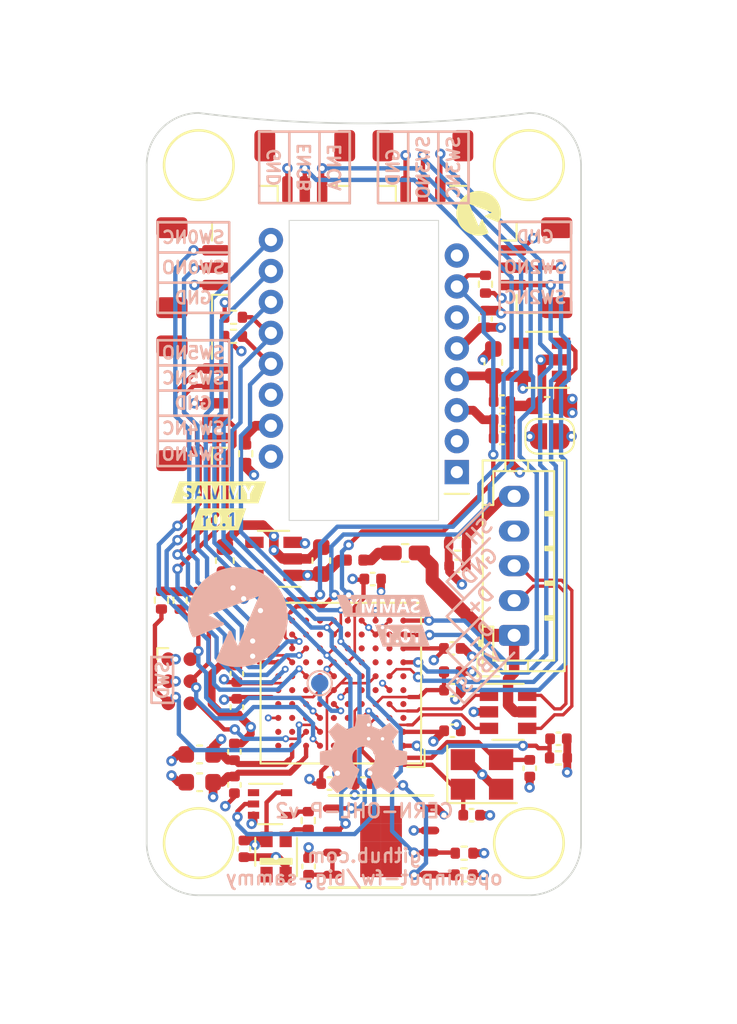
<source format=kicad_pcb>
(kicad_pcb (version 20210228) (generator pcbnew)
  (title_block (title "sammy") (date "2021-04-10") (rev "r0.1") (company "openinput                                        https://github.com/openinput-fw/sammy") (comment 2 "This source describes Open Hardware and is licensed under the CERN-OHL-Pv2") (comment 4 "Copyright (c) Rafael Silva"))
  (layers (0 "F.Cu" signal) (1 "In1.Cu" signal) (2 "In2.Cu" signal) (31 "B.Cu" signal) (34 "B.Paste" user) (35 "F.Paste" user) (36 "B.SilkS" user "B.Silkscreen") (37 "F.SilkS" user "F.Silkscreen") (38 "B.Mask" user) (39 "F.Mask" user) (44 "Edge.Cuts" user))
  (net 0 "")
  (net 1 "GND")
  (net 2 "+3V3")
  (net 3 "+1V8")
  (net 4 "/USB_SH_")
  (net 5 "VDDPLL")
  (net 6 "+5V")
  (net 7 "/HF_XIN")
  (net 8 "/VBG")
  (net 9 "/HF_XOUT")
  (net 10 "Net-(C28-Pad1)")
  (net 11 "/LED_D__")
  (net 12 "/LED_D")
  (net 13 "/VBUS_")
  (net 14 "/VBUS_F_")
  (net 15 "/_USB_D-")
  (net 16 "/_USB_D+")
  (net 17 "/NRST")
  (net 18 "/SWO")
  (net 19 "/SWCLK")
  (net 20 "/SWDIO")
  (net 21 "/M_SW_NO")
  (net 22 "/M_SW_NC")
  (net 23 "/ENC_A")
  (net 24 "/ENC_B")
  (net 25 "/S2_SW_NO")
  (net 26 "/S2_SW_NC")
  (net 27 "/S1_SW_NC")
  (net 28 "/S1_SW_NO")
  (net 29 "/L_SW_NC")
  (net 30 "/L_SW_NO")
  (net 31 "/R_SW_NC")
  (net 32 "/R_SW_NO")
  (net 33 "/~SNSR_CS")
  (net 34 "/LED_P")
  (net 35 "/~MEM_CS")
  (net 39 "/LED_D_")
  (net 40 "/USB_D-")
  (net 41 "/USB_D+")
  (net 42 "/~SNSR_MOTION")
  (net 43 "/MEM_SCK")
  (net 44 "/MEM_MOSI")
  (net 46 "SNSR_PWR")
  (net 47 "/SNSR_MISO")
  (net 64 "/~SNSR_RST")
  (net 70 "Net-(TP1-Pad1)")
  (footprint "Connector_JST:JST_SH_BM03B-SRSS-TB_1x03-1MP_P1.00mm_Vertical" (layer "F.Cu") (at 115.9 33.085)
    (fp_text reference "J7" hide)
    (fp_text value "MSW" hide)
  )
  (footprint "Connector_JST:JST_SH_BM03B-SRSS-TB_1x03-1MP_P1.00mm_Vertical" (layer "F.Cu") (at 102.65 38.9 90)
    (fp_text reference "J5" hide)
    (fp_text value "LSW" hide)
  )
  (footprint "Capacitor_SMD:C_0402_1005Metric" (layer "F.Cu") (at 110.525 68.575)
    (fp_text reference "C9" hide)
    (fp_text value "100nF" hide)
  )
  (footprint "Resistor_SMD:R_0402_1005Metric" (layer "F.Cu") (at 105 41.75)
    (fp_text reference "R10" hide)
    (fp_text value "100k" hide)
  )
  (footprint "Connector_JST:JST_SH_BM05B-SRSS-TB_1x05-1MP_P1.00mm_Vertical" (layer "F.Cu") (at 102.65 46.7 90)
    (fp_text reference "J4" hide)
    (fp_text value "Side" hide)
  )
  (footprint "Capacitor_SMD:C_0402_1005Metric" (layer "F.Cu") (at 105.19 64.18 -90)
    (fp_text reference "C6" hide)
    (fp_text value "100nF" hide)
  )
  (footprint "Connector_JST:JST_PH_B5B-PH-K_1x05_P2.00mm_Vertical" (layer "F.Cu") (at 121.15 60.05 90)
    (fp_text reference "J1" hide)
    (fp_text value "USB" hide)
  )
  (footprint "Capacitor_SMD:C_0402_1005Metric" (layer "F.Cu") (at 112.45 68.575)
    (fp_text reference "C2" hide)
    (fp_text value "100nF" hide)
  )
  (footprint "Package_DFN_QFN:DFN-S-8-1EP_6x5mm_P1.27mm" (layer "F.Cu") (at 113.49 71.91 180)
    (fp_text reference "U6" hide)
    (fp_text value "25LCxxx" hide)
  )
  (footprint "Resistor_SMD:R_0402_1005Metric" (layer "F.Cu") (at 119.5 39.85 -90)
    (fp_text reference "R9" hide)
    (fp_text value "100k" hide)
  )
  (footprint "Jumper:SolderJumper-2_P1.3mm_Open_RoundedPad1.0x1.5mm" (layer "F.Cu") (at 123.2 48.6 180)
    (fp_text reference "JP1" hide)
    (fp_text value "Bypass" hide)
  )
  (footprint "Resistor_SMD:R_0402_1005Metric" (layer "F.Cu") (at 100.85 58.025 90)
    (fp_text reference "R7" hide)
    (fp_text value "100k" hide)
  )
  (footprint "Capacitor_SMD:C_0603_1608Metric" (layer "F.Cu") (at 103.05 66.9 180)
    (fp_text reference "C22" hide)
    (fp_text value "1uF" hide)
  )
  (footprint "Capacitor_SMD:C_0603_1608Metric" (layer "F.Cu") (at 123.05 46.85 180)
    (fp_text reference "C17" hide)
    (fp_text value "1uF" hide)
  )
  (footprint "Resistor_SMD:R_0402_1005Metric" (layer "F.Cu") (at 118.26 73.83)
    (fp_text reference "R12" hide)
    (fp_text value "100k" hide)
  )
  (footprint "mounting:MountingHole_1.6mm_M1.4" (layer "F.Cu") (at 122 72)
    (fp_text reference "REF**" hide)
    (fp_text value "MountingHole_1.6mm_M1.4" hide)
  )
  (footprint "Resistor_SMD:R_0402_1005Metric" (layer "F.Cu") (at 118.27 72.58 180)
    (fp_text reference "R13" hide)
    (fp_text value "100k" hide)
  )
  (footprint "Capacitor_SMD:C_0402_1005Metric" (layer "F.Cu") (at 117.6 63.2)
    (fp_text reference "C11" hide)
    (fp_text value "100nF" hide)
  )
  (footprint "Capacitor_SMD:C_0402_1005Metric" (layer "F.Cu") (at 105.19 62.26 90)
    (fp_text reference "C12" hide)
    (fp_text value "100nF" hide)
  )
  (footprint "Capacitor_SMD:C_0402_1005Metric" (layer "F.Cu") (at 117.59 60.8)
    (fp_text reference "C14" hide)
    (fp_text value "100nF" hide)
  )
  (footprint "Inductor_SMD:L_0402_1005Metric" (layer "F.Cu") (at 111.995 55.72 180)
    (fp_text reference "FB2" hide)
    (fp_text value "~" hide)
  )
  (footprint "Package_TO_SOT_SMD:SOT-353_SC-70-5" (layer "F.Cu") (at 107.1 69.75)
    (fp_text reference "U7" hide)
    (fp_text value "74LVC1G17" hide)
  )
  (footprint "Connector_JST:JST_SH_BM03B-SRSS-TB_1x03-1MP_P1.00mm_Vertical" (layer "F.Cu") (at 109.1 33.085)
    (fp_text reference "J3" hide)
    (fp_text value "Enc" hide)
  )
  (footprint "Capacitor_SMD:C_0603_1608Metric" (layer "F.Cu") (at 103.05 68.5 180)
    (fp_text reference "C19" hide)
    (fp_text value "4.7uF" hide)
  )
  (footprint "Connector:Tag-Connect_TC2030-IDC-NL_2x03_P1.27mm_Vertical" (layer "F.Cu") (at 101.88 62.69 -90)
    (fp_text reference "J2" hide)
    (fp_text value "SWD" hide)
  )
  (footprint "Capacitor_SMD:C_0603_1608Metric" (layer "F.Cu") (at 110.05 55.750001 90)
    (fp_text reference "C16" hide)
    (fp_text value "1uF" hide)
  )
  (footprint "Capacitor_SMD:C_0603_1608Metric" (layer "F.Cu") (at 119.95 44.35 90)
    (fp_text reference "C24" hide)
    (fp_text value "1uF" hide)
  )
  (footprint "Capacitor_SMD:C_0402_1005Metric" (layer "F.Cu") (at 120.45 47.65)
    (fp_text reference "C28" hide)
    (fp_text value "100nF" hide)
  )
  (footprint "Resistor_SMD:R_0402_1005Metric" (layer "F.Cu") (at 123.7 67.1 180)
    (fp_text reference "R4" hide)
    (fp_text value "5.62k" hide)
  )
  (footprint "Capacitor_SMD:C_0402_1005Metric" (layer "F.Cu") (at 123.7 66)
    (fp_text reference "C26" hide)
    (fp_text value "10pF" hide)
  )
  (footprint "Capacitor_SMD:C_0402_1005Metric" (layer "F.Cu") (at 105.6 72.33 -90)
    (fp_text reference "C1" hide)
    (fp_text value "100nF" hide)
  )
  (footprint "svg2mod" (layer "F.Cu") (at 104.15 51.825)
    (fp_text reference "svg2mod" hide)
    (fp_text value "G***" hide)
  )
  (footprint "Capacitor_SMD:C_0402_1005Metric" (layer "F.Cu") (at 120.45 46.6)
    (fp_text reference "C7" hide)
    (fp_text value "100nF" hide)
  )
  (footprint "Resistor_SMD:R_0402_1005Metric" (layer "F.Cu") (at 101.925 58.035 90)
    (fp_text reference "R5" hide)
    (fp_text value "100k" hide)
  )
  (footprint "Package_TO_SOT_SMD:SOT-23-6" (layer "F.Cu") (at 120.8 64.45)
    (fp_text reference "U1" hide)
    (fp_text value "USBLC6-2SC6" hide)
  )
  (footprint "Capacitor_SMD:C_0402_1005Metric" (layer "F.Cu") (at 119.5 41.85 90)
    (fp_text reference "C3" hide)
    (fp_text value "100nF" hide)
  )
  (footprint "Fuse:Fuse_0603_1608Metric_Castellated" (layer "F.Cu") (at 114.88 55.31)
    (fp_text reference "F1" hide)
    (fp_text value "500mA" hide)
  )
  (footprint "Capacitor_SMD:C_0402_1005Metric" (layer "F.Cu") (at 118.7 70.393124)
    (fp_text reference "C25" hide)
    (fp_text value "12pF" hide)
  )
  (footprint "Inductor_SMD:L_0402_1005Metric" (layer "F.Cu") (at 117.6 62.15)
    (fp_text reference "FB1" hide)
    (fp_text value "470R" hide)
  )
  (footprint "Capacitor_SMD:C_0402_1005Metric" (layer "F.Cu") (at 113.01 56.81)
    (fp_text reference "C15" hide)
    (fp_text value "100nF" hide)
  )
  (footprint "mounting:MountingHole_1.6mm_M1.4" (layer "F.Cu") (at 103 33)
    (fp_text reference "REF**" hide)
    (fp_text value "MountingHole_1.6mm_M1.4" hide)
  )
  (footprint "Crystal:Crystal_SMD_3225-4Pin_3.2x2.5mm" (layer "F.Cu") (at 119.3 68.05)
    (fp_text reference "Y1" hide)
    (fp_text value "12MHz" hide)
  )
  (footprint "svg2mod" (layer "F.Cu") (at 104.15 53.375)
    (fp_text reference "svg2mod" hide)
    (fp_text value "G***" hide)
  )
  (footprint "Resistor_SMD:R_0402_1005Metric" (layer "F.Cu") (at 109.3 70.7 -90)
    (fp_text reference "R14" hide)
    (fp_text value "100" hide)
  )
  (footprint "Package_BGA:TFBGA-100_9.0x9.0mm_Layout10x10_P0.8mm" (layer "F.Cu") (at 111.175 62.8 180)
    (fp_text reference "U4" hide)
    (fp_text value "ATSAM3U2C" hide)
  )
  (footprint "Capacitor_SMD:C_0402_1005Metric" (layer "F.Cu") (at 109.32 73.34 90)
    (fp_text reference "C4" hide)
    (fp_text value "100nF" hide)
  )
  (footprint "Capacitor_SMD:C_0402_1005Metric" (layer "F.Cu") (at 105.05 68.65 -90)
    (fp_text reference "C18" hide)
    (fp_text value "100nF" hide)
  )
  (footprint "Capacitor_SMD:C_0402_1005Metric" (layer "F.Cu") (at 117.6 65.54)
    (fp_text reference "C8" hide)
    (fp_text value "100nF" hide)
  )
  (footprint "Sensor_Tracking:PMW3360" (layer "F.Cu") (at 117.85 50.66 180)
    (fp_text reference "U5" hide)
    (fp_text value "PMW3360DM-T2QU" hide)
    (fp_line (start 1.05 -2.78) (end 9.65 -2.78) (layer "Edge.Cuts") (width 0.05))
    (fp_line (start 1.05 14.48) (end 9.65 14.48) (layer "Edge.Cuts") (width 0.05))
    (fp_line (start 9.65 -2.78) (end 9.65 14.48) (layer "Edge.Cuts") (width 0.05))
    (fp_line (start 1.05 14.48) (end 1.05 -2.78) (layer "Edge.Cuts") (width 0.05))
  )
  (footprint "Connector_JST:JST_SH_BM03B-SRSS-TB_1x03-1MP_P1.00mm_Vertical" (layer "F.Cu") (at 122.4 38.9 -90)
    (fp_text reference "J6" hide)
    (fp_text value "RSW" hide)
  )
  (footprint "Resistor_SMD:R_0402_1005Metric" (layer "F.Cu") (at 117.89 54.800001 180)
    (fp_text reference "R1" hide)
    (fp_text value "100k" hide)
  )
  (footprint "Resistor_SMD:R_0402_1005Metric" (layer "F.Cu") (at 102.995 58.035 90)
    (fp_text reference "R6" hide)
    (fp_text value "100k" hide)
  )
  (footprint "Capacitor_SMD:C_0603_1608Metric" (layer "F.Cu") (at 104.5 55.750001 90)
    (fp_text reference "C23" hide)
    (fp_text value "1uF" hide)
  )
  (footprint "Resistor_SMD:R_0402_1005Metric" (layer "F.Cu") (at 105 42.85 180)
    (fp_text reference "R8" hide)
    (fp_text value "100k" hide)
  )
  (footprint "Capacitor_SMD:C_0402_1005Metric" (layer "F.Cu") (at 122.05 67.693124 -90)
    (fp_text reference "C27" hide)
    (fp_text value "12pF" hide)
  )
  (footprint "Capacitor_SMD:C_0402_1005Metric" (layer "F.Cu") (at 105.05 66.75 90)
    (fp_text reference "C21" hide)
    (fp_text value "100nF" hide)
  )
  (footprint "Package_TO_SOT_SMD:SOT-23-5" (layer "F.Cu") (at 107.3 55.65 180)
    (fp_text reference "U2" hide)
    (fp_text value "MIC5504-3.3YM5" hide)
  )
  (footprint "led:ws2812-2020" (layer "F.Cu") (at 107.45 72.8 90)
    (fp_text reference "D1" hide)
    (fp_text value "~" hide)
  )
  (footprint "mounting:MountingHole_1.6mm_M1.4" (layer "F.Cu") (at 122 33)
    (fp_text reference "REF**" hide)
    (fp_text value "MountingHole_1.6mm_M1.4" hide)
  )
  (footprint "Resistor_SMD:R_0402_1005Metric" (layer "F.Cu") (at 105.7 49.6 -90)
    (fp_text reference "R11" hide)
    (fp_text value "2.2R" hide)
  )
  (footprint "Capacitor_SMD:C_0402_1005Metric" (layer "F.Cu") (at 117.889999 56.05 180)
    (fp_text reference "C10" hide)
    (fp_text value "100nF" hide)
  )
  (footprint "Capacitor_SMD:C_0402_1005Metric" (layer "F.Cu") (at 120.45 48.7)
    (fp_text reference "C29" hide)
    (fp_text value "4.7nF" hide)
  )
  (footprint "mounting:MountingHole_1.6mm_M1.4" (layer "F.Cu") (at 103 72)
    (fp_text reference "REF**" hide)
    (fp_text value "MountingHole_1.6mm_M1.4" hide)
  )
  (footprint "Package_TO_SOT_SMD:SOT-23-5" (layer "F.Cu") (at 122.75 44.2 180)
    (fp_text reference "U3" hide)
    (fp_text value "MIC5504-1.8YM5" hide)
  )
  (footprint "TestPoint:TestPoint_Pad_D1.0mm" (layer "B.Cu") (at 109.96 62.8 180)
    (fp_text reference "TP1" hide)
    (fp_text value "~" hide)
  )
  (footprint "svg2mod" (layer "B.Cu") (at 113.65 58.35 180)
    (fp_text reference "svg2mod" hide)
    (fp_text value "G***" hide)
  )
  (footprint "svg2mod" (layer "B.Cu") (at 114.72 60.07 180)
    (fp_text reference "svg2mod" hide)
    (fp_text value "G***" hide)
  )
  (gr_line (start 117.27859 62.956765) (end 119.743108 60.466459) (layer "B.SilkS") (width 0.15))
  (gr_poly (pts (xy 118.525 35.185) (xy 118.525 31.075) (xy 113.314999 31.075) (xy 113.315 35.185)) (layer "B.SilkS") (width 0.15) (fill none))
  (gr_line (start 104.75 36.2886) (end 100.64 36.2886) (layer "B.SilkS") (width 0.15))
  (gr_line (start 117.27859 56.956765) (end 118.275 57.95) (layer "B.SilkS") (width 0.15))
  (gr_line (start 116.788333 35.185) (end 116.788333 31.075) (layer "B.SilkS") (width 0.15))
  (gr_poly (pts (xy 124.425 36.265) (xy 120.315 36.265) (xy 120.315 41.475) (xy 124.425 41.475)) (layer "B.SilkS") (width 0.15) (fill none))
  (gr_line (start 104.75 45.9682) (end 100.64 45.9682) (layer "B.SilkS") (width 0.15))
  (gr_line (start 124.425 39.738334) (end 120.315 39.738334) (layer "B.SilkS") (width 0.15))
  (gr_line (start 104.75 47.4148) (end 100.64 47.4148) (layer "B.SilkS") (width 0.15))
  (gr_line (start 117.27859 58.956765) (end 119.743108 56.466459) (layer "B.SilkS") (width 0.15))
  (gr_line (start 104.75 48.8614) (end 100.64 48.8614) (layer "B.SilkS") (width 0.15))
  (gr_line (start 104.75 39.761934) (end 100.64 39.761934) (layer "B.SilkS") (width 0.15))
  (gr_poly (pts (xy 104.354261 59.387667) (xy 103.740932 59.082933) (xy 103.543914 58.984445) (xy 103.321775 58.87122) (xy 106.626978 57.632929) (xy 106.10839 58.858749) (xy 105.658487 59.928695) (xy 105.257806 60.892374) (xy 105.186657 60.74498) (xy 105.123321 60.610694) (xy 105.012266 60.366458) (xy 104.908995 60.129697) (xy 104.79786 59.870444) (xy 104.078721 61.484423) (xy 104.153884 61.527997) (xy 104.23238 61.568257) (xy 104.398599 61.638643) (xy 104.575833 61.695196) (xy 104.762537 61.737527) (xy 104.957169 61.76525) (xy 105.158183 61.777978) (xy 105.364035 61.775325) (xy 105.573182 61.756902) (xy 105.78408 61.722323) (xy 105.995184 61.671202) (xy 106.204951 61.60315) (xy 106.30885 61.562655) (xy 106.411835 61.517782) (xy 106.513715 61.468483) (xy 106.614294 61.414709) (xy 106.713382 61.356413) (xy 106.810784 61.293546) (xy 106.906307 61.226059) (xy 106.999759 61.153905) (xy 107.090946 61.077034) (xy 107.179676 60.995399) (xy 107.280123 60.893897) (xy 107.374338 60.788614) (xy 107.46231 60.679792) (xy 107.544032 60.567674) (xy 107.619494 60.452501) (xy 107.688687 60.334516) (xy 107.751601 60.213961) (xy 107.808229 60.091077) (xy 107.858561 59.966108) (xy 107.902587 59.839294) (xy 107.940299 59.710879) (xy 107.971687 59.581104) (xy 107.996743 59.450212) (xy 108.015458 59.318445) (xy 108.027822 59.186044) (xy 108.033826 59.053252) (xy 108.033462 58.920311) (xy 108.02672 58.787464) (xy 108.013591 58.654951) (xy 107.994066 58.523017) (xy 107.968136 58.391901) (xy 107.935792 58.261847) (xy 107.897025 58.133098) (xy 107.851826 58.005894) (xy 107.800186 57.880478) (xy 107.742095 57.757092) (xy 107.677545 57.635979) (xy 107.606527 57.51738) (xy 107.529031 57.401537) (xy 107.445048 57.288694) (xy 107.35457 57.179091) (xy 107.257587 57.072971) (xy 107.155359 56.971813) (xy 107.049317 56.876938) (xy 106.939708 56.788351) (xy 106.826781 56.70606) (xy 106.710782 56.630069) (xy 106.591959 56.560384) (xy 106.470559 56.497011) (xy 106.34683 56.439956) (xy 106.221018 56.389224) (xy 106.093371 56.344821) (xy 105.964136 56.306754) (xy 105.833561 56.275027) (xy 105.701893 56.249647) (xy 105.569379 56.230619) (xy 105.436266 56.21795) (xy 105.302803 56.211644) (xy 105.169236 56.211708) (xy 105.035812 56.218147) (xy 104.902779 56.230968) (xy 104.770384 56.250175) (xy 104.638874 56.275775) (xy 104.508498 56.307774) (xy 104.379501 56.346177) (xy 104.252132 56.39099) (xy 104.126637 56.442218) (xy 104.003265 56.499869) (xy 103.882261 56.563946) (xy 103.763875 56.634457) (xy 103.648352 56.711407) (xy 103.535941 56.794801) (xy 103.426888 56.884646) (xy 103.321441 56.980947) (xy 103.235046 57.067587) (xy 103.153424 57.156705) (xy 103.076533 57.248118) (xy 103.004331 57.341641) (xy 102.936775 57.437091) (xy 102.873822 57.534284) (xy 102.81543 57.633036) (xy 102.761557 57.733163) (xy 102.667196 57.936808) (xy 102.590399 58.143747) (xy 102.530827 58.352509) (xy 102.488139 58.561624) (xy 102.461997 58.769621) (xy 102.452059 58.975028) (xy 102.457987 59.176376) (xy 102.47944 59.372192) (xy 102.516079 59.561006) (xy 102.567563 59.741348) (xy 102.633554 59.911745) (xy 102.71371 60.070728) (xy 104.354261 59.387667)) (layer "B.SilkS") (width 0.189776) (fill solid))
  (gr_line (start 115.051666 35.185) (end 115.051666 31.075) (layer "B.SilkS") (width 0.15))
  (gr_poly (pts (xy 111.685 35.185) (xy 111.685 31.075) (xy 106.475 31.075) (xy 106.475 35.185)) (layer "B.SilkS") (width 0.15) (fill none))
  (gr_poly (pts (xy 112.793552 64.625371) (xy 112.794964 64.625406) (xy 112.796371 64.625511) (xy 112.797772 64.625683) (xy 112.799164 64.625921) (xy 112.800545 64.626224) (xy 112.801913 64.626588) (xy 112.803266 64.627014) (xy 112.804602 64.627499) (xy 112.805919 64.62804) (xy 112.807214 64.628638) (xy 112.809732 64.629993) (xy 112.81214 64.631549) (xy 112.814419 64.633293) (xy 112.816555 64.635212) (xy 112.818528 64.63729) (xy 112.820324 64.639515) (xy 112.821149 64.640679) (xy 112.821924 64.641873) (xy 112.822645 64.643098) (xy 112.823312 64.64435) (xy 112.823921 64.645629) (xy 112.824471 64.646932) (xy 112.82496 64.648258) (xy 112.825385 64.649605) (xy 112.825744 64.650972) (xy 112.826036 64.652356) (xy 112.943238 65.282209) (xy 112.943893 65.285005) (xy 112.944793 65.287809) (xy 112.945922 65.290604) (xy 112.947265 65.293371) (xy 112.948806 65.296092) (xy 112.950528 65.298749) (xy 112.952418 65.301324) (xy 112.954458 65.303799) (xy 112.956634 65.306155) (xy 112.95893 65.308375) (xy 112.96133 65.310439) (xy 112.963819 65.312331) (xy 112.96638 65.314031) (xy 112.968999 65.315523) (xy 112.97166 65.316786) (xy 112.974347 65.317804) (xy 113.396492 65.490641) (xy 113.399121 65.491796) (xy 113.401908 65.49276) (xy 113.404829 65.493536) (xy 113.407859 65.494126) (xy 113.410974 65.49453) (xy 113.414149 65.494751) (xy 113.417359 65.494791) (xy 113.42058 65.49465) (xy 113.423788 65.494331) (xy 113.426958 65.493835) (xy 113.430065 65.493164) (xy 113.433085 65.49232) (xy 113.435994 65.491303) (xy 113.438767 65.490117) (xy 113.441379 65.488762) (xy 113.443807 65.487241) (xy 113.969986 65.126157) (xy 113.971175 65.125385) (xy 113.972399 65.124673) (xy 113.973656 65.124021) (xy 113.974942 65.123429) (xy 113.976256 65.122896) (xy 113.977594 65.122423) (xy 113.980332 65.121652) (xy 113.983135 65.121115) (xy 113.985982 65.12081) (xy 113.988851 65.120735) (xy 113.99172 65.120887) (xy 113.994568 65.121265) (xy 113.997373 65.121867) (xy 114.000114 65.12269) (xy 114.002768 65.123734) (xy 114.005315 65.124995) (xy 114.006541 65.125706) (xy 114.007732 65.126471) (xy 114.008886 65.12729) (xy 114.009999 65.128162) (xy 114.011068 65.129086) (xy 114.012092 65.130064) (xy 114.455218 65.573189) (xy 114.456192 65.574216) (xy 114.457114 65.575288) (xy 114.457983 65.576403) (xy 114.4588 65.577558) (xy 114.459563 65.57875) (xy 114.460273 65.579977) (xy 114.46093 65.581235) (xy 114.461532 65.582523) (xy 114.462081 65.583837) (xy 114.462575 65.585175) (xy 114.463398 65.587911) (xy 114.464001 65.590711) (xy 114.464381 65.593553) (xy 114.464535 65.596415) (xy 114.464462 65.599276) (xy 114.464159 65.602115) (xy 114.463921 65.603519) (xy 114.463624 65.60491) (xy 114.463269 65.606284) (xy 114.462856 65.607639) (xy 114.462383 65.608973) (xy 114.461851 65.610282) (xy 114.461259 65.611565) (xy 114.460608 65.612817) (xy 114.459896 65.614037) (xy 114.459125 65.615223) (xy 114.104262 66.132359) (xy 114.10275 66.134803) (xy 114.101408 66.137426) (xy 114.100238 66.140202) (xy 114.099242 66.143109) (xy 114.098421 66.146122) (xy 114.097776 66.149218) (xy 114.09731 66.152372) (xy 114.097023 66.155561) (xy 114.096917 66.15876) (xy 114.096994 66.161947) (xy 114.097254 66.165097) (xy 114.0977 66.168186) (xy 114.098333 66.17119) (xy 114.099155 66.174086) (xy 114.100166 66.17685) (xy 114.101369 66.179457) (xy 114.288096 66.614913) (xy 114.288594 66.616253) (xy 114.289155 66.617588) (xy 114.290459 66.620238) (xy 114.291988 66.622849) (xy 114.293726 66.625404) (xy 114.295653 66.627888) (xy 114.297751 66.630285) (xy 114.300002 66.632578) (xy 114.302388 66.634752) (xy 114.30489 66.636791) (xy 114.30749 66.638679) (xy 114.31017 66.640401) (xy 114.312911 66.64194) (xy 114.315696 66.64328) (xy 114.318505 66.644406) (xy 114.319913 66.644883) (xy 114.321321 66.645301) (xy 114.322726 66.645658) (xy 114.324125 66.645951) (xy 114.932997 66.759173) (xy 114.934385 66.759471) (xy 114.935754 66.759836) (xy 114.937104 66.760266) (xy 114.938432 66.760758) (xy 114.939737 66.76131) (xy 114.941017 66.761922) (xy 114.942271 66.762589) (xy 114.943496 66.763311) (xy 114.944691 66.764086) (xy 114.945855 66.764911) (xy 114.946985 66.765784) (xy 114.94808 66.766704) (xy 114.949138 66.767668) (xy 114.950157 66.768673) (xy 114.951137 66.76972) (xy 114.952074 66.770804) (xy 114.952968 66.771924) (xy 114.953817 66.773078) (xy 114.954618 66.774264) (xy 114.955371 66.77548) (xy 114.956073 66.776724) (xy 114.956723 66.777993) (xy 114.95732 66.779287) (xy 114.95786 66.780602) (xy 114.958344 66.781936) (xy 114.958769 66.783289) (xy 114.959133 66.784657) (xy 114.959434 66.786038) (xy 114.959672 66.787431) (xy 114.959843 66.788833) (xy 114.959948 66.790243) (xy 114.959983 66.791657) (xy 114.959983 67.418399) (xy 114.959948 67.419815) (xy 114.959843 67.421226) (xy 114.959671 67.422631) (xy 114.959433 67.424027) (xy 114.95913 67.425412) (xy 114.958765 67.426784) (xy 114.95834 67.428142) (xy 114.957855 67.429482) (xy 114.956716 67.432103) (xy 114.955361 67.434629) (xy 114.953805 67.437044) (xy 114.95206 67.439331) (xy 114.950142 67.441472) (xy 114.948063 67.443451) (xy 114.945838 67.445251) (xy 114.944675 67.446078) (xy 114.94348 67.446853) (xy 114.942256 67.447575) (xy 114.941004 67.448242) (xy 114.939725 67.448851) (xy 114.938422 67.4494) (xy 114.937096 67.449887) (xy 114.935748 67.45031) (xy 114.934382 67.450667) (xy 114.932997 67.450955) (xy 114.339028 67.561429) (xy 114.337633 67.561716) (xy 114.336234 67.562068) (xy 114.333432 67.562958) (xy 114.330642 67.564083) (xy 114.327881 67.565427) (xy 114.325168 67.566974) (xy 114.322522 67.568707) (xy 114.31996 67.57061) (xy 114.3175 67.572667) (xy 114.315162 67.57486) (xy 114.312963 67.577175) (xy 114.310922 67.579594) (xy 114.309057 67.582101) (xy 114.307387 67.58468) (xy 114.305928 67.587314) (xy 114.304701 67.589987) (xy 114.30418 67.591333) (xy 114.303723 67.592683) (xy 114.118298 68.055921) (xy 114.117151 68.058556) (xy 114.116194 68.061347) (xy 114.115426 68.064269) (xy 114.114846 68.067299) (xy 114.114451 68.070412) (xy 114.11424 68.073584) (xy 114.11421 68.076791) (xy 114.114361 68.080009) (xy 114.11469 68.083214) (xy 114.115196 68.08638) (xy 114.115877 68.089485) (xy 114.116731 68.092504) (xy 114.117756 68.095413) (xy 114.118951 68.098187) (xy 114.120314 68.100803) (xy 114.121843 68.103236) (xy 114.459197 68.594906) (xy 114.459966 68.596092) (xy 114.460674 68.597313) (xy 114.461323 68.598566) (xy 114.461913 68.59985) (xy 114.462443 68.601161) (xy 114.462914 68.602497) (xy 114.463681 68.605231) (xy 114.464215 68.608031) (xy 114.464518 68.610876) (xy 114.464592 68.613743) (xy 114.464439 68.616612) (xy 114.464061 68.619461) (xy 114.463461 68.622267) (xy 114.46264 68.62501) (xy 114.461599 68.627667) (xy 114.460342 68.630218) (xy 114.459633 68.631446) (xy 114.45887 68.63264) (xy 114.458055 68.633796) (xy 114.457186 68.634912) (xy 114.456264 68.635985) (xy 114.45529 68.637012) (xy 114.012092 69.080138) (xy 114.011068 69.081108) (xy 114.009999 69.082027) (xy 114.008886 69.082893) (xy 114.007732 69.083706) (xy 114.006541 69.084466) (xy 114.005315 69.085173) (xy 114.004056 69.085826) (xy 114.002768 69.086426) (xy 114.001453 69.086972) (xy 114.000114 69.087463) (xy 113.997373 69.088282) (xy 113.994568 69.088882) (xy 113.99172 69.089259) (xy 113.988851 69.089412) (xy 113.985982 69.089339) (xy 113.983135 69.089038) (xy 113.981727 69.088802) (xy 113.980332 69.088508) (xy 113.978953 69.088155) (xy 113.977594 69.087745) (xy 113.976256 69.087276) (xy 113.974942 69.086748) (xy 113.973656 69.086161) (xy 113.972399 69.085515) (xy 113.971175 69.08481) (xy 113.969986 69.084045) (xy 113.48707 68.75255) (xy 113.484642 68.751045) (xy 113.482041 68.749725) (xy 113.47929 68.748589) (xy 113.476413 68.74764) (xy 113.473435 68.746877) (xy 113.470379 68.746301) (xy 113.467268 68.745912) (xy 113.464128 68.745712) (xy 113.46098 68.745701) (xy 113.45785 68.745879) (xy 113.454762 68.746247) (xy 113.451738 68.746806) (xy 113.448803 68.747556) (xy 113.44598 68.748497) (xy 113.443294 68.749632) (xy 113.440768 68.750959) (xy 113.227779 68.864688) (xy 113.226508 68.865297) (xy 113.225227 68.865832) (xy 113.223937 68.866293) (xy 113.22264 68.866683) (xy 113.221339 68.867001) (xy 113.220035 68.867248) (xy 113.218732 68.867426) (xy 113.217432 68.867535) (xy 113.216136 68.867577) (xy 113.214846 68.867551) (xy 113.213566 68.867458) (xy 113.212298 68.867301) (xy 113.211043 68.867079) (xy 113.209803 68.866793) (xy 113.208582 68.866445) (xy 113.207381 68.866034) (xy 113.206203 68.865562) (xy 113.20505 68.865031) (xy 113.203923 68.864439) (xy 113.202826 68.86379) (xy 113.201761 68.863082) (xy 113.200729 68.862318) (xy 113.199733 68.861498) (xy 113.198776 68.860622) (xy 113.197859 68.859693) (xy 113.196984 68.85871) (xy 113.196155 68.857674) (xy 113.195373 68.856587) (xy 113.194641 68.855449) (xy 113.19396 68.854261) (xy 113.193333 68.853024) (xy 113.192763 68.851739) (xy 112.753544 67.790625) (xy 112.753033 67.789305) (xy 112.752589 67.787964) (xy 112.752213 67.786606) (xy 112.751902 67.785232) (xy 112.751656 67.783846) (xy 112.751475 67.78245) (xy 112.751301 67.779637) (xy 112.751374 67.776814) (xy 112.751687 67.774001) (xy 112.752233 67.771219) (xy 112.753004 67.768487) (xy 112.753995 67.765827) (xy 112.755198 67.763258) (xy 112.756607 67.760802) (xy 112.758215 67.758477) (xy 112.760014 67.756305) (xy 112.760983 67.755282) (xy 112.761998 67.754305) (xy 112.763057 67.753377) (xy 112.76416 67.752499) (xy 112.765306 67.751675) (xy 112.766494 67.750906) (xy 112.819741 67.718278) (xy 112.823589 67.715834) (xy 112.827692 67.713044) (xy 112.831975 67.709969) (xy 112.836362 67.70667) (xy 112.840779 67.703207) (xy 112.845151 67.699642) (xy 112.849401 67.696036) (xy 112.853455 67.69245) (xy 112.888736 67.668298) (xy 112.922409 67.642075) (xy 112.954383 67.613874) (xy 112.984564 67.583785) (xy 113.012861 67.5519) (xy 113.039181 67.51831) (xy 113.063432 67.483105) (xy 113.085522 67.446378) (xy 113.105359 67.408219) (xy 113.114404 67.388631) (xy 113.12285 67.36872) (xy 113.130687 67.348496) (xy 113.137904 67.327971) (xy 113.144487 67.307157) (xy 113.150427 67.286064) (xy 113.155711 67.264705) (xy 113.160328 67.243091) (xy 113.164266 67.221233) (xy 113.167514 67.199142) (xy 113.17006 67.17683) (xy 113.171893 67.154308) (xy 113.173002 67.131589) (xy 113.173374 67.108682) (xy 113.172472 67.073014) (xy 113.169794 67.037814) (xy 113.165386 67.003126) (xy 113.159289 66.968993) (xy 113.151548 66.935459) (xy 113.142206 66.902567) (xy 113.131306 66.87036) (xy 113.118894 66.838884) (xy 113.105011 66.80818) (xy 113.089701 66.778292) (xy 113.073009 66.749265) (xy 113.054978 66.721141) (xy 113.03565 66.693965) (xy 113.015071 66.667779) (xy 112.993283 66.642628) (xy 112.97033 66.618555) (xy 112.946256 66.595603) (xy 112.921104 66.573816) (xy 112.894918 66.553238) (xy 112.867741 66.533911) (xy 112.839617 66.515881) (xy 112.81059 66.49919) (xy 112.780703 66.483882) (xy 112.75 66.47) (xy 112.718524 66.457588) (xy 112.686318 66.44669) (xy 112.653428 66.437349) (xy 112.619895 66.429609) (xy 112.585764 66.423512) (xy 112.551078 66.419104) (xy 112.515882 66.416427) (xy 112.480217 66.415525) (xy 112.444553 66.416427) (xy 112.409357 66.419104) (xy 112.374674 66.423512) (xy 112.340545 66.429609) (xy 112.307016 66.437349) (xy 112.274129 66.44669) (xy 112.241928 66.457588) (xy 112.210457 66.47) (xy 112.179759 66.483882) (xy 112.149877 66.49919) (xy 112.120856 66.515881) (xy 112.092739 66.533911) (xy 112.065568 66.553238) (xy 112.039389 66.573816) (xy 112.014243 66.595603) (xy 111.990176 66.618555) (xy 111.96723 66.642628) (xy 111.945449 66.667779) (xy 111.924876 66.693965) (xy 111.905555 66.721141) (xy 111.88753 66.749265) (xy 111.870844 66.778292) (xy 111.85554 66.80818) (xy 111.841662 66.838884) (xy 111.829255 66.87036) (xy 111.81836 66.902567) (xy 111.809022 66.935459) (xy 111.801284 66.968993) (xy 111.79519 67.003126) (xy 111.790783 67.037814) (xy 111.788107 67.073014) (xy 111.787205 67.108682) (xy 111.788684 67.154308) (xy 111.79306 67.199142) (xy 111.800241 67.243091) (xy 111.810135 67.286064) (xy 111.822651 67.327971) (xy 111.837696 67.36872) (xy 111.855178 67.408219) (xy 111.875006 67.446378) (xy 111.897088 67.483105) (xy 111.921332 67.51831) (xy 111.947646 67.5519) (xy 111.975938 67.583785) (xy 112.006117 67.613874) (xy 112.03809 67.642075) (xy 112.071765 67.668298) (xy 112.107051 67.69245) (xy 112.111083 67.696036) (xy 112.115319 67.699642) (xy 112.119681 67.703207) (xy 112.124094 67.70667) (xy 112.128479 67.709969) (xy 112.132758 67.713044) (xy 112.136855 67.715834) (xy 112.140692 67.718278) (xy 112.194012 67.750906) (xy 112.195193 67.751675) (xy 112.196332 67.752499) (xy 112.197429 67.753377) (xy 112.198482 67.754305) (xy 112.199491 67.755282) (xy 112.200455 67.756305) (xy 112.201373 67.75737) (xy 112.202244 67.758477) (xy 112.203067 67.759621) (xy 112.203842 67.760802) (xy 112.204568 67.762015) (xy 112.205243 67.763258) (xy 112.205867 67.76453) (xy 112.206439 67.765827) (xy 112.206959 67.767147) (xy 112.207424 67.768487) (xy 112.207836 67.769845) (xy 112.208192 67.771219) (xy 112.208492 67.772605) (xy 112.208734 67.774001) (xy 112.208919 67.775405) (xy 112.209045 67.776814) (xy 112.209112 67.778225) (xy 112.209118 67.779637) (xy 112.209063 67.781046) (xy 112.208946 67.78245) (xy 112.208766 67.783846) (xy 112.208522 67.785232) (xy 112.208213 67.786606) (xy 112.207839 67.787964) (xy 112.207398 67.789305) (xy 112.20689 67.790625) (xy 111.767744 68.851811) (xy 111.767173 68.853096) (xy 111.766547 68.854332) (xy 111.765866 68.855518) (xy 111.765134 68.856655) (xy 111.764353 68.857739) (xy 111.763525 68.858772) (xy 111.762652 68.859752) (xy 111.761736 68.860678) (xy 111.76078 68.86155) (xy 111.759785 68.862366) (xy 111.758754 68.863126) (xy 111.75769 68.863829) (xy 111.756594 68.864475) (xy 111.755469 68.865061) (xy 111.754316 68.865589) (xy 111.753139 68.866056) (xy 111.751939 68.866463) (xy 111.750718 68.866807) (xy 111.74948 68.867089) (xy 111.748225 68.867308) (xy 111.746957 68.867462) (xy 111.745676 68.867551) (xy 111.744387 68.867574) (xy 111.74309 68.867531) (xy 111.741789 68.86742) (xy 111.740485 68.867241) (xy 111.73918 68.866993) (xy 111.737877 68.866675) (xy 111.736578 68.866287) (xy 111.735286 68.865827) (xy 111.734002 68.865294) (xy 111.732728 68.864688) (xy 111.519738 68.750959) (xy 111.517206 68.749631) (xy 111.514515 68.748496) (xy 111.51169 68.747553) (xy 111.508753 68.746801) (xy 111.505728 68.74624) (xy 111.50264 68.745869) (xy 111.499511 68.745689) (xy 111.496365 68.745698) (xy 111.493226 68.745897) (xy 111.490118 68.746284) (xy 111.487064 68.74686) (xy 111.484088 68.747624) (xy 111.481214 68.748575) (xy 111.478464 68.749714) (xy 111.475864 68.751039) (xy 111.473436 68.75255) (xy 110.990447 69.084045) (xy 110.989262 69.08481) (xy 110.988041 69.085515) (xy 110.986787 69.086161) (xy 110.985504 69.086748) (xy 110.984193 69.087276) (xy 110.982858 69.087745) (xy 110.980124 69.088508) (xy 110.977325 69.089038) (xy 110.974481 69.089339) (xy 110.971616 69.089412) (xy 110.96875 69.089259) (xy 110.965905 69.088882) (xy 110.963104 69.088282) (xy 110.960367 69.087463) (xy 110.957716 69.086426) (xy 110.955174 69.085173) (xy 110.95395 69.084466) (xy 110.952762 69.083706) (xy 110.951611 69.082893) (xy 110.950501 69.082027) (xy 110.949434 69.081108) (xy 110.948414 69.080138) (xy 110.505144 68.637012) (xy 110.504166 68.635985) (xy 110.503242 68.634912) (xy 110.502372 68.633796) (xy 110.501554 68.63264) (xy 110.500791 68.631446) (xy 110.500081 68.630218) (xy 110.499426 68.628957) (xy 110.498825 68.627667) (xy 110.498279 68.626351) (xy 110.497787 68.62501) (xy 110.49697 68.622267) (xy 110.496375 68.619461) (xy 110.496003 68.616612) (xy 110.495858 68.613743) (xy 110.49594 68.610876) (xy 110.496251 68.608031) (xy 110.496493 68.606624) (xy 110.496793 68.605231) (xy 110.497152 68.603854) (xy 110.497569 68.602497) (xy 110.498044 68.601161) (xy 110.498579 68.59985) (xy 110.499172 68.598566) (xy 110.499825 68.597313) (xy 110.500537 68.596092) (xy 110.50131 68.594906) (xy 110.838736 68.103236) (xy 110.840252 68.100803) (xy 110.841603 68.098187) (xy 110.842788 68.095413) (xy 110.843805 68.092504) (xy 110.844652 68.089485) (xy 110.845327 68.08638) (xy 110.845828 68.083214) (xy 110.846153 68.080009) (xy 110.846301 68.076791) (xy 110.84627 68.073584) (xy 110.846057 68.070412) (xy 110.845661 68.067299) (xy 110.84508 68.064269) (xy 110.844312 68.061347) (xy 110.843356 68.058556) (xy 110.842208 68.055921) (xy 110.656783 67.592756) (xy 110.656323 67.591406) (xy 110.6558 67.59006) (xy 110.654572 67.587386) (xy 110.653116 67.584752) (xy 110.65145 67.582173) (xy 110.649592 67.579666) (xy 110.647559 67.577247) (xy 110.64537 67.574933) (xy 110.643042 67.572739) (xy 110.640593 67.570683) (xy 110.638041 67.56878) (xy 110.635403 67.567046) (xy 110.632697 67.5655) (xy 110.629941 67.564155) (xy 110.627153 67.56303) (xy 110.625752 67.562555) (xy 110.62435 67.56214) (xy 110.622949 67.561788) (xy 110.62155 67.561502) (xy 110.027581 67.450955) (xy 110.0262 67.450667) (xy 110.024836 67.450311) (xy 110.02349 67.449889) (xy 110.022165 67.449403) (xy 110.020861 67.448856) (xy 110.019582 67.448249) (xy 110.018329 67.447584) (xy 110.017103 67.446864) (xy 110.015906 67.446091) (xy 110.01474 67.445267) (xy 110.013607 67.444394) (xy 110.012509 67.443474) (xy 110.011447 67.442509) (xy 110.010423 67.441502) (xy 110.009438 67.440454) (xy 110.008496 67.439367) (xy 110.007597 67.438244) (xy 110.006743 67.437087) (xy 110.005936 67.435898) (xy 110.005178 67.434678) (xy 110.00447 67.433431) (xy 110.003815 67.432158) (xy 110.003213 67.430861) (xy 110.002667 67.429543) (xy 110.002179 67.428205) (xy 110.001751 67.42685) (xy 110.001383 67.425479) (xy 110.001078 67.424096) (xy 110.000838 67.422701) (xy 110.000664 67.421297) (xy 110.000559 67.419887) (xy 110.000523 67.418472) (xy 110.000451 66.79173) (xy 110.000483 66.790311) (xy 110.000584 66.788898) (xy 110.000754 66.787493) (xy 110.000989 66.786096) (xy 110.001289 66.784712) (xy 110.001651 66.783341) (xy 110.002075 66.781985) (xy 110.002557 66.780647) (xy 110.003097 66.779329) (xy 110.003692 66.778032) (xy 110.005043 66.775513) (xy 110.006596 66.773105) (xy 110.008337 66.770826) (xy 110.010252 66.768691) (xy 110.012328 66.766717) (xy 110.014549 66.76492) (xy 110.016903 66.763317) (xy 110.018125 66.762594) (xy 110.019375 66.761925) (xy 110.020651 66.761313) (xy 110.021952 66.760759) (xy 110.023275 66.760266) (xy 110.02462 66.759837) (xy 110.025983 66.759471) (xy 110.027364 66.759173) (xy 110.636309 66.645951) (xy 110.639101 66.645301) (xy 110.641909 66.644406) (xy 110.644714 66.64328) (xy 110.647498 66.64194) (xy 110.650241 66.640401) (xy 110.652925 66.638679) (xy 110.655531 66.636791) (xy 110.658041 66.634752) (xy 110.660436 66.632578) (xy 110.662697 66.630285) (xy 110.664805 66.627888) (xy 110.666743 66.625404) (xy 110.668491 66.622849) (xy 110.670031 66.620238) (xy 110.671343 66.617588) (xy 110.67241 66.614913) (xy 110.859065 66.179457) (xy 110.860274 66.17685) (xy 110.86129 66.174086) (xy 110.862114 66.17119) (xy 110.862748 66.168186) (xy 110.863194 66.165097) (xy 110.863453 66.161947) (xy 110.863527 66.15876) (xy 110.863416 66.155561) (xy 110.863124 66.152372) (xy 110.862651 66.149218) (xy 110.861998 66.146122) (xy 110.861168 66.143109) (xy 110.860161 66.140202) (xy 110.85898 66.137426) (xy 110.857625 66.134803) (xy 110.856099 66.132359) (xy 110.50131 65.615223) (xy 110.500544 65.614037) (xy 110.499837 65.612817) (xy 110.499189 65.611565) (xy 110.4986 65.610282) (xy 110.498069 65.608973) (xy 110.497596 65.607639) (xy 110.496824 65.60491) (xy 110.496284 65.602115) (xy 110.495972 65.599276) (xy 110.495888 65.596415) (xy 110.496031 65.593553) (xy 110.496399 65.590711) (xy 110.496989 65.587911) (xy 110.497802 65.585175) (xy 110.498835 65.582523) (xy 110.500088 65.579977) (xy 110.500795 65.57875) (xy 110.501557 65.577558) (xy 110.502373 65.576403) (xy 110.503243 65.575288) (xy 110.504167 65.574216) (xy 110.505144 65.573189) (xy 110.948342 65.130064) (xy 110.949369 65.129086) (xy 110.950441 65.128162) (xy 110.951556 65.12729) (xy 110.952711 65.126471) (xy 110.953903 65.125706) (xy 110.955129 65.124995) (xy 110.956388 65.124337) (xy 110.957675 65.123734) (xy 110.958989 65.123185) (xy 110.960327 65.12269) (xy 110.963064 65.121867) (xy 110.965864 65.121265) (xy 110.968705 65.120887) (xy 110.971567 65.120735) (xy 110.974428 65.12081) (xy 110.977267 65.121115) (xy 110.978671 65.121354) (xy 110.980062 65.121652) (xy 110.981436 65.122008) (xy 110.982791 65.122423) (xy 110.984125 65.122896) (xy 110.985434 65.123429) (xy 110.986717 65.124021) (xy 110.987969 65.124673) (xy 110.98919 65.125385) (xy 110.990375 65.126157) (xy 111.516555 65.487241) (xy 111.518989 65.488762) (xy 111.521607 65.490117) (xy 111.524384 65.491303) (xy 111.527297 65.49232) (xy 111.530321 65.493164) (xy 111.53343 65.493835) (xy 111.536601 65.494331) (xy 111.539809 65.49465) (xy 111.54303 65.494791) (xy 111.546239 65.494751) (xy 111.549412 65.49453) (xy 111.552523 65.494126) (xy 111.555549 65.493536) (xy 111.558465 65.49276) (xy 111.561247 65.491796) (xy 111.56387 65.490641) (xy 111.986015 65.317804) (xy 111.987357 65.317327) (xy 111.988695 65.316786) (xy 111.990028 65.316184) (xy 111.991352 65.315523) (xy 111.993968 65.314031) (xy 111.996527 65.312331) (xy 111.999015 65.310439) (xy 112.001415 65.308375) (xy 112.003712 65.306155) (xy 112.005889 65.303799) (xy 112.007932 65.301324) (xy 112.009823 65.298749) (xy 112.011548 65.296092) (xy 112.013091 65.293371) (xy 112.014436 65.290604) (xy 112.015567 65.287809) (xy 112.016468 65.285005) (xy 112.016828 65.283605) (xy 112.017124 65.282209) (xy 112.134326 64.652356) (xy 112.134617 64.650972) (xy 112.134976 64.649605) (xy 112.135401 64.648258) (xy 112.135889 64.646932) (xy 112.136438 64.645629) (xy 112.137047 64.64435) (xy 112.137712 64.643098) (xy 112.138433 64.641873) (xy 112.139206 64.640679) (xy 112.140031 64.639515) (xy 112.140904 64.638385) (xy 112.141824 64.63729) (xy 112.142788 64.636232) (xy 112.143795 64.635212) (xy 112.144843 64.634232) (xy 112.145928 64.633293) (xy 112.14705 64.632399) (xy 112.148206 64.631549) (xy 112.149395 64.630747) (xy 112.150613 64.629993) (xy 112.151859 64.629289) (xy 112.153131 64.628638) (xy 112.154426 64.62804) (xy 112.155744 64.627499) (xy 112.15708 64.627014) (xy 112.158435 64.626588) (xy 112.159804 64.626224) (xy 112.161187 64.625921) (xy 112.162581 64.625683) (xy 112.163984 64.625511) (xy 112.165395 64.625406) (xy 112.16681 64.625371) (xy 112.793552 64.625371)) (layer "B.SilkS") (width 0.069999) (fill solid))
  (gr_line (start 117.27859 56.956765) (end 119.743108 54.466459) (layer "B.SilkS") (width 0.15))
  (gr_line (start 117.27859 54.956765) (end 119.743108 52.466459) (layer "B.SilkS") (width 0.15))
  (gr_line (start 117.27859 62.956765) (end 118.275 63.95) (layer "B.SilkS") (width 0.15))
  (gr_line (start 109.948333 35.185) (end 109.948333 31.075) (layer "B.SilkS") (width 0.15))
  (gr_line (start 117.27859 60.956765) (end 118.275 61.95) (layer "B.SilkS") (width 0.15))
  (gr_line (start 117.27859 60.956765) (end 119.743108 58.466459) (layer "B.SilkS") (width 0.15))
  (gr_line (start 118.525 35.185) (end 118.525 31.075) (layer "B.SilkS") (width 0.15))
  (gr_line (start 117.27859 54.956765) (end 118.275 55.95) (layer "B.SilkS") (width 0.15))
  (gr_line (start 104.75 38.025267) (end 100.64 38.025267) (layer "B.SilkS") (width 0.15))
  (gr_line (start 111.685 35.185) (end 111.685 31.075) (layer "B.SilkS") (width 0.15))
  (gr_rect (start 100.28 61.3) (end 101.52 63.93) (layer "B.SilkS") (width 0.15) (fill none))
  (gr_line (start 117.27859 58.956765) (end 118.275 59.95) (layer "B.SilkS") (width 0.15))
  (gr_line (start 124.425 38.001667) (end 120.315 38.001667) (layer "B.SilkS") (width 0.15))
  (gr_line (start 121.15 61.05) (end 118.275 63.95) (layer "B.SilkS") (width 0.15))
  (gr_line (start 124.425 36.265) (end 120.315 36.265) (layer "B.SilkS") (width 0.15))
  (gr_line (start 108.211666 35.185) (end 108.211666 31.075) (layer "B.SilkS") (width 0.15))
  (gr_rect (start 104.75 43.075) (end 100.64 50.31) (layer "B.SilkS") (width 0.15) (fill none))
  (gr_line (start 104.75 44.5216) (end 100.64 44.5216) (layer "B.SilkS") (width 0.15))
  (gr_rect (start 104.75 36.2886) (end 100.64 41.4986) (layer "B.SilkS") (width 0.15) (fill none))
  (gr_circle (center 122 72) (end 124 72) (layer "F.SilkS") (width 0.15) (fill none))
  (gr_circle (center 103 33) (end 105 33) (layer "F.SilkS") (width 0.15) (fill none))
  (gr_poly (pts (xy 119.505239 35.94458) (xy 119.779047 35.808538) (xy 119.867001 35.76457) (xy 119.96617 35.714023) (xy 118.490633 35.161215) (xy 118.722146 35.708456) (xy 118.922995 36.18611) (xy 119.101871 36.616324) (xy 119.133634 36.550523) (xy 119.161909 36.490574) (xy 119.211487 36.38154) (xy 119.25759 36.275843) (xy 119.307204 36.160105) (xy 119.628248 36.880632) (xy 119.594693 36.900084) (xy 119.55965 36.918057) (xy 119.485445 36.94948) (xy 119.406323 36.974726) (xy 119.322973 36.993624) (xy 119.236084 37.006001) (xy 119.146345 37.011683) (xy 119.054447 37.010498) (xy 118.961078 37.002274) (xy 118.866927 36.986837) (xy 118.772684 36.964015) (xy 118.679038 36.933634) (xy 118.632655 36.915556) (xy 118.586679 36.895524) (xy 118.541197 36.873515) (xy 118.496295 36.849509) (xy 118.45206 36.823484) (xy 118.408577 36.795418) (xy 118.365933 36.76529) (xy 118.324213 36.733079) (xy 118.283504 36.698761) (xy 118.243893 36.662317) (xy 118.19905 36.617004) (xy 118.15699 36.570002) (xy 118.117717 36.521421) (xy 118.081234 36.471368) (xy 118.047546 36.419952) (xy 118.016656 36.36728) (xy 117.988569 36.313461) (xy 117.963289 36.258602) (xy 117.94082 36.202812) (xy 117.921165 36.146199) (xy 117.904329 36.088871) (xy 117.890317 36.030936) (xy 117.879131 35.972502) (xy 117.870776 35.913677) (xy 117.865256 35.854569) (xy 117.862576 35.795287) (xy 117.862739 35.735939) (xy 117.865748 35.676632) (xy 117.87161 35.617474) (xy 117.880326 35.558575) (xy 117.891902 35.500041) (xy 117.906341 35.441982) (xy 117.923648 35.384504) (xy 117.943826 35.327716) (xy 117.96688 35.271727) (xy 117.992813 35.216644) (xy 118.02163 35.162576) (xy 118.053335 35.10963) (xy 118.087931 35.057914) (xy 118.125423 35.007538) (xy 118.165815 34.958608) (xy 118.209111 34.911233) (xy 118.254749 34.866073) (xy 118.302089 34.823718) (xy 118.351021 34.784171) (xy 118.401435 34.747434) (xy 118.453221 34.713509) (xy 118.506267 34.6824) (xy 118.560463 34.654108) (xy 118.615699 34.628637) (xy 118.671865 34.605989) (xy 118.728851 34.586166) (xy 118.786545 34.569172) (xy 118.844837 34.555008) (xy 118.903618 34.543678) (xy 118.962776 34.535183) (xy 119.022201 34.529527) (xy 119.081783 34.526712) (xy 119.141411 34.526741) (xy 119.200975 34.529615) (xy 119.260365 34.535339) (xy 119.31947 34.543913) (xy 119.378179 34.555342) (xy 119.436383 34.569627) (xy 119.493971 34.586771) (xy 119.550832 34.606777) (xy 119.606857 34.629647) (xy 119.661934 34.655384) (xy 119.715953 34.68399) (xy 119.768804 34.715468) (xy 119.820377 34.749821) (xy 119.870561 34.78705) (xy 119.919245 34.827159) (xy 119.966319 34.870151) (xy 120.004889 34.908829) (xy 120.041327 34.948614) (xy 120.075653 34.989424) (xy 120.107886 35.031175) (xy 120.138045 35.073787) (xy 120.166149 35.117176) (xy 120.192217 35.161262) (xy 120.216268 35.205962) (xy 120.258393 35.296875) (xy 120.292677 35.389258) (xy 120.319272 35.482456) (xy 120.338329 35.575811) (xy 120.35 35.668666) (xy 120.354436 35.760366) (xy 120.35179 35.850253) (xy 120.342213 35.937671) (xy 120.325856 36.021963) (xy 120.302872 36.102473) (xy 120.273412 36.178543) (xy 120.237628 36.249518) (xy 119.505239 35.94458)) (layer "F.SilkS") (width 0.084721) (fill solid))
  (gr_circle (center 103 72) (end 105 72) (layer "F.SilkS") (width 0.15) (fill none))
  (gr_circle (center 122 33) (end 124 33) (layer "F.SilkS") (width 0.15) (fill none))
  (gr_arc (start 112.5 -45) (end 103 30) (angle -14.43804165) (layer "Edge.Cuts") (width 0.1))
  (gr_line (start 125 33) (end 125 72) (layer "Edge.Cuts") (width 0.1))
  (gr_line (start 100 72) (end 100 33) (layer "Edge.Cuts") (width 0.1))
  (gr_line (start 122 75) (end 103 75) (layer "Edge.Cuts") (width 0.1))
  (gr_arc (start 103 33) (end 100 33) (angle 90) (layer "Edge.Cuts") (width 0.1))
  (gr_arc (start 122 72) (end 125 72) (angle 90) (layer "Edge.Cuts") (width 0.1))
  (gr_arc (start 103 72) (end 100 72) (angle -90) (layer "Edge.Cuts") (width 0.1))
  (gr_arc (start 122 33) (end 125 33) (angle -90) (layer "Edge.Cuts") (width 0.1))
  (gr_text "SW4NO" (at 102.675 49.625) (layer "B.SilkS") (effects (font (size 0.7 0.7)) (justify mirror)))
  (gr_text "SW5NO" (at 102.685 43.8) (layer "B.SilkS") (effects (font (size 0.7 0.7)) (justify mirror)))
  (gr_text "VBUS" (at 119.15 62.075 45) (layer "B.SilkS") (effects (font (size 0.8 0.8)) (justify mirror)))
  (gr_text "GND" (at 119.15 56.075 45) (layer "B.SilkS") (effects (font (size 0.8 0.8)) (justify mirror)))
  (gr_text "SW2NO" (at 122.365 38.870499) (layer "B.SilkS") (effects (font (size 0.7 0.7)) (justify mirror)))
  (gr_text "D-" (at 119.15 60.075 45) (layer "B.SilkS") (effects (font (size 0.8 0.8)) (justify mirror)))
  (gr_text "ENCA" (at 110.8165 33.125 90) (layer "B.SilkS") (effects (font (size 0.7 0.7)) (justify mirror)))
  (gr_text "SW3NO" (at 115.919501 33.125 90) (layer "B.SilkS") (effects (font (size 0.7 0.7)) (justify mirror)))
  (gr_text "ENCB" (at 109.079501 33.125 90) (layer "B.SilkS") (effects (font (size 0.7 0.7)) (justify mirror)))
  (gr_text "SW0NO" (at 102.69 38.8941) (layer "B.SilkS") (effects (font (size 0.7 0.7)) (justify mirror)))
  (gr_text "CERN-OHL-P v2\n\ngithub.com\nopeninput-fw/big-sammy" (at 112.525 72.075) (layer "B.SilkS") (effects (font (size 0.8 0.8)) (justify mirror)))
  (gr_text "SW2NC" (at 122.365 40.6075) (layer "B.SilkS") (effects (font (size 0.7 0.7)) (justify mirror)))
  (gr_text "SH" (at 119.15 54.075 45) (layer "B.SilkS") (effects (font (size 0.8 0.8)) (justify mirror)))
  (gr_text "GND" (at 102.69 40.6311) (layer "B.SilkS") (effects (font (size 0.7 0.7)) (justify mirror)))
  (gr_text "GND" (at 122.365 37.1335) (layer "B.SilkS") (effects (font (size 0.7 0.7)) (justify mirror)))
  (gr_text "SWD" (at 100.91 62.63 90) (layer "B.SilkS") (effects (font (size 0.7 0.7)) (justify mirror)))
  (gr_text "SW0NC" (at 102.69 37.1571) (layer "B.SilkS") (effects (font (size 0.7 0.7)) (justify mirror)))
  (gr_text "GND" (at 107.3425 33.125 90) (layer "B.SilkS") (effects (font (size 0.7 0.7)) (justify mirror)))
  (gr_text "GND" (at 114.1825 33.125 90) (layer "B.SilkS") (effects (font (size 0.7 0.7)) (justify mirror)))
  (gr_text "GND\n" (at 102.685 46.6932) (layer "B.SilkS") (effects (font (size 0.7 0.7)) (justify mirror)))
  (gr_text "SW4NC" (at 102.685 48.1398) (layer "B.SilkS") (effects (font (size 0.7 0.7)) (justify mirror)))
  (gr_text "SW5NC" (at 102.685 45.2466) (layer "B.SilkS") (effects (font (size 0.7 0.7)) (justify mirror)))
  (gr_text "D+" (at 119.15 58.075 45) (layer "B.SilkS") (effects (font (size 0.8 0.8)) (justify mirror)))
  (gr_text "SW3NC" (at 117.6565 33.125 90) (layer "B.SilkS") (effects (font (size 0.7 0.7)) (justify mirror)))
  (segment (start 119.95 43.575) (end 119.35 44.175) (width 0.6) (layer "F.Cu") (net 1))
  (segment (start 118.08 63.2) (end 118.08 63.41) (width 0.45) (layer "F.Cu") (net 1))
  (segment (start 105.33 64.66) (end 105.99 65.32) (width 0.45) (layer "F.Cu") (net 1))
  (segment (start 103.74 62.27) (end 103.74 64) (width 0.45) (layer "F.Cu") (net 1))
  (segment (start 101.43 68.11) (end 101.82 68.5) (width 0.45) (layer "F.Cu") (net 1))
  (segment (start 117.379999 54.800001) (end 117.379999 54.56) (width 0.5) (layer "F.Cu") (net 1))
  (segment (start 117.38 54.800001) (end 117.38 56.020001) (width 0.45) (layer "F.Cu") (net 1))
  (segment (start 120.93 48.7) (end 120.93 50.13) (width 0.5) (layer "F.Cu") (net 1))
  (segment (start 101.81 66.9) (end 101.43 67.28) (width 0.45) (layer "F.Cu") (net 1))
  (segment (start 120.4 68.9) (end 120.16 68.9) (width 0.45) (layer "F.Cu") (net 1))
  (segment (start 106.69 53.71) (end 107.32 54.34) (width 0.55) (layer "F.Cu") (net 1))
  (segment (start 120.93 50.13) (end 121.475 50.675) (width 0.5) (layer "F.Cu") (net 1))
  (segment (start 124.21 67.1) (end 124.21 66.03) (width 0.45) (layer "F.Cu") (net 1))
  (segment (start 122.275 46.85) (end 122.75 46.375) (width 0.5) (layer "F.Cu") (net 1))
  (segment (start 112.84 67.98) (end 112.93 68.07) (width 0.45) (layer "F.Cu") (net 1))
  (segment (start 106.04 70.89) (end 106.15 70.78) (width 0.45) (layer "F.Cu") (net 1))
  (segment (start 105.19 61.78) (end 104.23 61.78) (width 0.45) (layer "F.Cu") (net 1))
  (segment (start 105.99 65.73) (end 105.99 65.32) (width 0.45) (layer "F.Cu") (net 1))
  (segment (start 116.29 70.005) (end 116.725 70.005) (width 0.45) (layer "F.Cu") (net 1))
  (segment (start 124.21 66.03) (end 124.18 66) (width 0.45) (layer "F.Cu") (net 1))
  (segment (start 108.4 55.65) (end 109.375001 55.65) (width 0.55) (layer "F.Cu") (net 1))
  (segment (start 122.400001 46.975001) (end 122.275 46.85) (width 0.5) (layer "F.Cu") (net 1))
  (segment (start 118.2 67.2) (end 118.46 67.2) (width 0.45) (layer "F.Cu") (net 1))
  (segment (start 104.4 64.66) (end 105.19 64.66) (width 0.45) (layer "F.Cu") (net 1))
  (segment (start 113.49 56.81) (end 113.49 57.53) (width 0.45) (layer "F.Cu") (net 1))
  (segment (start 107.54 72.81) (end 108 73.27) (width 0.45) (layer "F.Cu") (net 1))
  (segment (start 104.23 61.78) (end 103.74 62.27) (width 0.45) (layer "F.Cu") (net 1))
  (segment (start 120.94 48.12) (end 120.93 48.13) (width 0.5) (layer "F.Cu") (net 1))
  (segment (start 105.47 53.71) (end 106.69 53.71) (width 0.55) (layer "F.Cu") (net 1))
  (segment (start 105.05 69.35) (end 105.05 69.13) (width 0.25) (layer "F.Cu") (net 1))
  (segment (start 120.4 68.9) (end 120.52 68.9) (width 0.45) (layer "F.Cu") (net 1))
  (segment (start 118.72 61.27) (end 118.25 60.8) (width 0.45) (layer "F.Cu") (net 1))
  (segment (start 103.74 64) (end 104.4 64.66) (width 0.45) (layer "F.Cu") (net 1))
  (segment (start 104.49 41.75) (end 104.49 40.91) (width 0.25) (layer "F.Cu") (net 1))
  (segment (start 104.5 54.68) (end 105.47 53.71) (width 0.55) (layer "F.Cu") (net 1))
  (segment (start 104.525 69.875) (end 105.05 69.35) (width 0.25) (layer "F.Cu") (net 1))
  (segment (start 107.32 55.15) (end 107.32 54.34) (width 0.55) (layer "F.Cu") (net 1))
  (segment (start 118.82 64.45) (end 119.7 64.45) (width 0.45) (layer "F.Cu") (net 1))
  (segment (start 117.409999 56.389999) (end 118.14 57.12) (width 0.45) (layer "F.Cu") (net 1))
  (segment (start 118.08 63.41) (end 117.76 63.73) (width 0.45) (layer "F.Cu") (net 1))
  (segment (start 101.67 62.69) (end 101.245 62.69) (width 0.25) (layer "F.Cu") (net 1))
  (segment (start 120.4 41.525) (end 120.245 41.37) (width 0.55) (layer "F.Cu") (net 1))
  (segment (start 104.5 54.975001) (end 104.5 54.68) (width 0.55) (layer "F.Cu") (net 1))
  (segment (start 118.08 65.43) (end 118.08 65.54) (width 0.45) (layer "F.Cu") (net 1))
  (segment (start 106.15 70.78) (end 106.15 70.4) (width 0.45) (layer "F.Cu") (net 1))
  (segment (start 116.725 70.005) (end 117.11 70.39) (width 0.45) (layer "F.Cu") (net 1))
  (segment (start 112.93 68.07) (end 112.93 68.575) (width 0.45) (layer "F.Cu") (net 1))
  (segment (start 113.175 59.2) (end 113.175 58.625) (width 0.15) (layer "F.Cu") (net 1))
  (segment (start 108.1 34.41) (end 108.1 33.185) (width 0.25) (layer "F.Cu") (net 1))
  (segment (start 111.005 68.005) (end 111.005 68.575) (width 0.45) (layer "F.Cu") (net 1))
  (segment (start 121.55 37.9) (end 121.075 37.9) (width 0.25) (layer "F.Cu") (net 1))
  (segment (start 119.18 70.393124) (end 119.753124 70.393124) (width 0.45) (layer "F.Cu") (net 1))
  (segment (start 118.78 72.58) (end 119.42 72.58) (width 0.45) (layer "F.Cu") (net 1))
  (segment (start 105.05 66.27) (end 105.45 66.27) (width 0.45) (layer "F.Cu") (net 1))
  (segment (start 107.82 55.65) (end 107.32 55.15) (width 0.55) (layer "F.Cu") (net 1))
  (segment (start 103.975 39.9) (end 102.75 39.9) (width 0.25) (layer "F.Cu") (net 1))
  (segment (start 104.49 40.91) (end 104.5 40.9) (width 0.25) (layer "F.Cu") (net 1))
  (segment (start 122.25 37.2) (end 121.55 37.9) (width 0.25) (layer "F.Cu") (net 1))
  (segment (start 114.9 34.41) (end 114.9 32.435) (width 0.25) (layer "F.Cu") (net 1))
  (segment (start 110.775 62.4) (end 110.375 62) (width 0.15) (layer "F.Cu") (net 1))
  (segment (start 110.775 61.6) (end 110.375 62) (width 0.15) (layer "F.Cu") (net 1))
  (segment (start 120.16 68.9) (end 119.31 68.05) (width 0.45) (layer "F.Cu") (net 1))
  (segment (start 117.409999 56.05) (end 117.409999 56.389999) (width 0.45) (layer "F.Cu") (net 1))
  (segment (start 122.75 44.275) (end 122.675 44.2) (width 0.5) (layer "F.Cu") (net 1))
  (segment (start 113.175 64.8) (end 112.775 65.2) (width 0.15) (layer "F.Cu") (net 1))
  (segment (start 108.4 55.65) (end 107.82 55.65) (width 0.55) (layer "F.Cu") (net 1))
  (segment (start 102.275 66.9) (end 101.81 66.9) (width 0.45) (layer "F.Cu") (net 1))
  (segment (start 120.245 41.37) (end 119.5 41.37) (width 0.55) (layer "F.Cu") (net 1))
  (segment (start 120.93 48.13) (end 120.93 48.7) (width 0.5) (layer "F.Cu") (net 1))
  (segment (start 108 73.27) (end 108 73.815) (width 0.45) (layer "F.Cu") (net 1))
  (segment (start 107.44 72.81) (end 105.6 72.81) (width 0.45) (layer "F.Cu") (net 1))
  (segment (start 109.375001 55.65) (end 110.05 54.975001) (width 0.55) (layer "F.Cu") (net 1))
  (segment (start 111.575 63.2) (end 111.175 63.599999) (width 0.15) (layer "F.Cu") (net 1))
  (segment (start 107.44 72.81) (end 107.54 72.81) (width 0.45) (layer "F.Cu") (net 1))
  (segment (start 121 46.85) (end 120.93 46.92) (width 0.5) (layer "F.Cu") (net 1))
  (segment (start 103.975 46.7) (end 102.75 46.7) (width 0.25) (layer "F.Cu") (net 1))
  (segment (start 113.975 65.6) (end 113.575 66) (width 0.15) (layer "F.Cu") (net 1))
  (segment (start 118.46 67.2) (end 119.31 68.05) (width 0.45) (layer "F.Cu") (net 1))
  (segment (start 118.25 60.8) (end 118.07 60.8) (width 0.45) (layer "F.Cu") (net 1))
  (segment (start 119.753124 70.393124) (end 119.76 70.4) (width 0.45) (layer "F.Cu") (net 1))
  (segment (start 117.38 56.020001) (end 117.409999 56.05) (width 0.45) (layer "F.Cu") (net 1))
  (segment (start 122.75 46.375) (end 122.75 44.275) (width 0.5) (layer "F.Cu") (net 1))
  (segment (start 117.38 56.02) (end 117.409999 56.05) (width 0.5) (layer "F.Cu") (net 1))
  (segment (start 124.21 67.1) (end 124.21 67.92) (width 0.45) (layer "F.Cu") (net 1))
  (segment (start 113.975 63.2) (end 113.575 62.8) (width 0.15) (layer "F.Cu") (net 1))
  (segment (start 110.98 67.98) (end 111.005 68.005) (width 0.45) (layer "F.Cu") (net 1))
  (segment (start 120.93 46.6) (end 120.93 46.92) (width 0.5) (layer "F.Cu") (net 1))
  (segment (start 119.35 44.175) (end 119.35 44.2) (width 0.25) (layer "F.Cu") (net 1))
  (segment (start 122.05 68.173124) (end 122.05 68.79) (width 0.45) (layer "F.Cu") (net 1))
  (segment (start 109.32 72.86) (end 109.32 72.25) (width 0.45) (layer "F.Cu") (net 1))
  (segment (start 117.83 65.18) (end 118.08 65.43) (width 0.45) (layer "F.Cu") (net 1))
  (segment (start 101.82 68.5) (end 102.275 68.5) (width 0.45) (layer "F.Cu") (net 1))
  (segment (start 122.05 68.79) (end 122.04 68.8) (width 0.45) (layer "F.Cu") (net 1))
  (segment (start 124.21 67.92) (end 124.2 67.93) (width 0.45) (layer "F.Cu") (net 1))
  (segment (start 122.275 46.85) (end 121 46.85) (width 0.6) (layer "F.Cu") (net 1))
  (segment (start 123.85 44.2) (end 122.675 44.2) (width 0.6) (layer "F.Cu") (net 1))
  (segment (start 105.19 64.66) (end 105.33 64.66) (width 0.45) (layer "F.Cu") (net 1))
  (segment (start 120.93 46.92) (end 120.93 48.13) (width 0.5) (layer "F.Cu") (net 1))
  (segment (start 105.45 66.27) (end 105.99 65.73) (width 0.45) (layer "F.Cu") (net 1))
  (via (at 109.32 72.25) (size 0.6) (drill 0.3) (layers "F.Cu" "B.Cu") (net 1))
  (via (at 119.31 68.05) (size 0.6) (drill 0.3) (layers "F.Cu" "B.Cu") (net 1))
  (via (at 107.44 72.81) (size 0.6) (drill 0.3) (layers "F.Cu" "B.Cu") (net 1))
  (via (at 118.82 64.45) (size 0.6) (drill 0.3) (layers "F.Cu" "B.Cu") (net 1))
  (via (at 110.375 62) (size 0.4) (drill 0.2) (layers "F.Cu" "B.Cu") (net 1))
  (via (at 104.5 40.9) (size 0.6) (drill 0.3) (layers "F.Cu" "B.Cu") (net 1))
  (via (at 113.49 57.53) (size 0.5) (drill 0.3) (layers "F.Cu" "B.Cu") (net 1))
  (via (at 119.35 44.2) (size 0.6) (drill 0.3) (layers "F.Cu" "B.Cu") (net 1))
  (via (at 122.25 37.2) (size 0.6) (drill 0.3) (layers "F.Cu" "B.Cu") (net 1))
  (via (at 113.575 62.8) (size 0.4) (drill 0.2) (layers "F.Cu" "B.Cu") (net 1))
  (via (at 117.76 63.73) (size 0.6) (drill 0.3) (layers "F.Cu" "B.Cu") (net 1))
  (via (at 113.175 58.625) (size 0.4) (drill 0.2) (layers "F.Cu" "B.Cu") (net 1))
  (via (at 118.14 57.12) (size 0.6) (drill 0.3) (layers "F.Cu" "B.Cu") (net 1))
  (via (at 119.76 70.4) (size 0.6) (drill 0.3) (layers "F.Cu" "B.Cu") (net 1))
  (via (at 112.775 65.2) (size 0.4) (drill 0.2) (layers "F.Cu" "B.Cu") (net 1))
  (via (at 120.4 41.525) (size 0.6) (drill 0.3) (layers "F.Cu" "B.Cu") (net 1))
  (via (at 121.475 50.675) (size 0.6) (drill 0.3) (layers "F.Cu" "B.Cu") (net 1))
  (via (at 102.75 46.7) (size 0.6) (drill 0.3) (layers "F.Cu" "B.Cu") (net 1))
  (via (at 113.575 66) (size 0.4) (drill 0.2) (layers "F.Cu" "B.Cu") (net 1))
  (via (at 118.72 61.27) (size 0.6) (drill 0.3) (layers "F.Cu" "B.Cu") (net 1))
  (via (at 112.84 67.98) (size 0.6) (drill 0.3) (layers "F.Cu" "B.Cu") (net 1))
  (via (at 122.675 44.2) (size 0.6) (drill 0.3) (layers "F.Cu" "B.Cu") (net 1))
  (via (at 108.1 33.185) (size 0.6) (drill 0.3) (layers "F.Cu" "B.Cu") (net 1))
  (via (at 101.43 67.28) (size 0.6) (drill 0.3) (layers "F.Cu" "B.Cu") (net 1))
  (via (at 101.67 62.69) (size 0.6) (drill 0.3) (layers "F.Cu" "B.Cu") (net 1))
  (via (at 107.32 55.15) (size 0.6) (drill 0.3) (layers "F.Cu" "B.Cu") (net 1))
  (via (at 119.42 72.58) (size 0.6) (drill 0.3) (layers "F.Cu" "B.Cu") (net 1))
  (via (at 110.98 67.98) (size 0.6) (drill 0.3) (layers "F.Cu" "B.Cu") (net 1))
  (via (at 102.75 39.9) (size 0.6) (drill 0.3) (layers "F.Cu" "B.Cu") (net 1))
  (via (at 111.175 63.599999) (size 0.4) (drill 0.2) (layers "F.Cu" "B.Cu") (net 1))
  (via (at 107.32 54.34) (size 0.6) (drill 0.3) (layers "F.Cu" "B.Cu") (net 1))
  (via (at 124.2 67.93) (size 0.6) (drill 0.3) (layers "F.Cu" "B.Cu") (net 1))
  (via (at 114.9 32.435) (size 0.6) (drill 0.3) (layers "F.Cu" "B.Cu") (net 1))
  (via (at 101.43 68.11) (size 0.6) (drill 0.3) (layers "F.Cu" "B.Cu") (net 1))
  (via (at 117.11 70.39) (size 0.5) (drill 0.3) (layers "F.Cu" "B.Cu") (net 1))
  (via (at 105.99 65.32) (size 0.6) (drill 0.3) (layers "F.Cu" "B.Cu") (net 1))
  (via (at 117.83 65.18) (size 0.6) (drill 0.3) (layers "F.Cu" "B.Cu") (net 1))
  (via (at 106.04 70.89) (size 0.6) (drill 0.3) (layers "F.Cu" "B.Cu") (net 1))
  (via (at 122.04 68.8) (size 0.6) (drill 0.3) (layers "F.Cu" "B.Cu") (net 1))
  (via (at 104.525 69.875) (size 0.6) (drill 0.3) (layers "F.Cu" "B.Cu") (net 1))
  (segment (start 105.45 43.7) (end 105.34 43.7) (width 0.25) (layer "F.Cu") (net 2))
  (segment (start 110.685 73.82) (end 110.69 73.815) (width 0.25) (layer "F.Cu") (net 2))
  (segment (start 103.825 69.35) (end 103.825 68.5) (width 0.5) (layer "F.Cu") (net 2))
  (segment (start 105.58 57.93) (end 105.58 57.94) (width 0.6) (layer "F.Cu") (net 2))
  (segment (start 124.225 43.25) (end 124.675 43.7) (width 0.25) (layer "F.Cu") (net 2))
  (segment (start 105.34 43.7) (end 104.49 42.85) (width 0.25) (layer "F.Cu") (net 2))
  (segment (start 116.29 71.275) (end 115.375 71.275) (width 0.25) (layer "F.Cu") (net 2))
  (segment (start 108.75 67.45) (end 109.175 67.025) (width 0.25) (layer "F.Cu") (net 2))
  (segment (start 108.25 67.95) (end 108.75 67.45) (width 0.35) (layer "F.Cu") (net 2))
  (segment (start 124.225 45.15) (end 123.85 45.15) (width 0.25) (layer "F.Cu") (net 2))
  (segment (start 124.225 46.45) (end 123.825 46.85) (width 0.55) (layer "F.Cu") (net 2))
  (segment (start 110.045 67.88) (end 110.045 68.575) (width 0.25) (layer "F.Cu") (net 2))
  (segment (start 119.5 40.36) (end 119.985 40.36) (width 0.25) (layer "F.Cu") (net 2))
  (segment (start 119.5 42.33) (end 120.36 42.33) (width 0.5) (layer "F.Cu") (net 2))
  (segment (start 101.925 57.525) (end 102.995 57.525) (width 0.45) (layer "F.Cu") (net 2))
  (segment (start 113.975 59.200001) (end 113.575 59.6) (width 0.15) (layer "F.Cu") (net 2))
  (segment (start 101.915 57.515) (end 101.925 57.525) (width 0.45) (layer "F.Cu") (net 2))
  (segment (start 113.175001 65.6) (end 112.775 66) (width 0.15) (layer "F.Cu") (net 2))
  (segment (start 105.05 68.17) (end 105.27 67.95) (width 0.35) (layer "F.Cu") (net 2))
  (segment (start 123.825 46.85) (end 123.825 45.775) (width 0.75) (layer "F.Cu") (net 2))
  (segment (start 110.775 63.2) (end 110.375 63.6) (width 0.15) (layer "F.Cu") (net 2))
  (segment (start 100.85 57.515) (end 101.915 57.515) (width 0.45) (layer "F.Cu") (net 2))
  (segment (start 109.32 74.445) (end 109.325 74.45) (width 0.25) (layer "F.Cu") (net 2))
  (segment (start 101.67 61.42) (end 101.245 61.42) (width 0.25) (layer "F.Cu") (net 2))
  (segment (start 109.635 68.575) (end 110.045 68.575) (width 0.25) (layer "F.Cu") (net 2))
  (segment (start 109.37 68.31) (end 109.635 68.575) (width 0.25) (layer "F.Cu") (net 2))
  (segment (start 106.2 56.6) (end 104.574999 56.6) (width 0.6) (layer "F.Cu") (net 2))
  (segment (start 111.175 62.8) (end 110.775 63.2) (width 0.15) (layer "F.Cu") (net 2))
  (segment (start 111.575 62.4) (end 111.175 62.8) (width 0.15) (layer "F.Cu") (net 2))
  (segment (start 110.375 67.55) (end 110.045 67.88) (width 0.25) (layer "F.Cu") (net 2))
  (segment (start 112.775 62.8) (end 111.175 62.8) (width 0.15) (layer "F.Cu") (net 2))
  (segment (start 123.85 45.75) (end 123.825 45.775) (width 0.6) (layer "F.Cu") (net 2))
  (segment (start 110.375 66.75) (end 110.375 67.55) (width 0.25) (layer "F.Cu") (net 2))
  (segment (start 105.05 68.17) (end 104.68 68.17) (width 0.5) (layer "F.Cu") (net 2))
  (segment (start 119.5 42.33) (end 119.22 42.33) (width 0.5) (layer "F.Cu") (net 2))
  (segment (start 110.375 63.6) (end 110.375 66.75) (width 0.15) (layer "F.Cu") (net 2))
  (segment (start 109.32 73.82) (end 110.685 73.82) (width 0.25) (layer "F.Cu") (net 2))
  (segment (start 123.85 45.15) (end 123.85 45.75) (width 0.6) (layer "F.Cu") (net 2))
  (segment (start 106.2 56.6) (end 106.1 56.6) (width 0.6) (layer "F.Cu") (net 2))
  (segment (start 113.175001 60) (end 113.575 59.6) (width 0.15) (layer "F.Cu") (net 2))
  (segment (start 120.275 40.65) (end 120.425 40.65) (width 0.25) (layer "F.Cu") (net 2))
  (segment (start 124.675 44.7) (end 124.225 45.15) (width 0.25) (layer "F.Cu") (net 2))
  (segment (start 124.5 46.45) (end 124.225 46.45) (width 0.55) (layer "F.Cu") (net 2))
  (segment (start 118.01 43.54) (end 117.85 43.54) (width 0.5) (layer "F.Cu") (net 2))
  (segment (start 109.32 73.82) (end 109.32 74.445) (width 0.25) (layer "F.Cu") (net 2))
  (segment (start 107.575 64.8) (end 107 64.8) (width 0.15) (layer "F.Cu") (net 2))
  (segment (start 105.27 67.95) (end 108.25 67.95) (width 0.35) (layer "F.Cu") (net 2))
  (segment (start 119.22 42.33) (end 118.01 43.54) (width 0.5) (layer "F.Cu") (net 2))
  (segment (start 104.5 56.86) (end 104.5 56.525001) (width 0.6) (layer "F.Cu") (net 2))
  (segment (start 113.175 62.4) (end 112.775 62.8) (width 0.15) (layer "F.Cu") (net 2))
  (segment (start 104.97 57.32) (end 105.58 57.93) (width 0.6) (layer "F.Cu") (net 2))
  (segment (start 119.985 40.36) (end 120.275 40.65) (width 0.25) (layer "F.Cu") (net 2))
  (segment (start 104.68 68.17) (end 104.35 68.5) (width 0.5) (layer "F.Cu") (net 2))
  (segment (start 110.69 73.815) (end 110.69 72.545) (width 0.25) (layer "F.Cu") (net 2))
  (segment (start 113.175001 60) (end 112.775 59.6) (width 0.15) (layer "F.Cu") (net 2))
  (segment (start 104.35 68.5) (end 103.825 68.5) (width 0.5) (layer "F.Cu") (net 2))
  (segment (start 118.77 73.83) (end 119.395 73.83) (width 0.25) (layer "F.Cu") (net 2))
  (segment (start 119.395 73.83) (end 119.4 73.825) (width 0.25) (layer "F.Cu") (net 2))
  (segment (start 124.5 47.25) (end 124.225 47.25) (width 0.55) (layer "F.Cu") (net 2))
  (segment (start 109.175 67.025) (end 109.175 66.4) (width 0.25) (layer "F.Cu") (net 2))
  (segment (start 104.574999 56.6) (end 104.5 56.525001) (width 0.6) (layer "F.Cu") (net 2))
  (segment (start 120.36 42.33) (end 120.38 42.35) (width 0.5) (layer "F.Cu") (net 2))
  (segment (start 124.5 46.45) (end 124.5 47.25) (width 0.55) (layer "F.Cu") (net 2))
  (segment (start 112.375001 59.2) (end 112.775 59.6) (width 0.15) (layer "F.Cu") (net 2))
  (segment (start 124.225 47.25) (end 123.825 46.85) (width 0.55) (layer "F.Cu") (net 2))
  (segment (start 117.85 43.54) (end 117.85 43.605) (width 0.5) (layer "F.Cu") (net 2))
  (segment (start 124.675 43.7) (end 124.675 44.7) (width 0.25) (layer "F.Cu") (net 2))
  (segment (start 103.500001 57.525) (end 104.5 56.525001) (width 0.45) (layer "F.Cu") (net 2))
  (segment (start 105.58 57.94) (end 104.5 56.86) (width 0.6) (layer "F.Cu") (net 2))
  (segment (start 123.85 43.25) (end 124.225 43.25) (width 0.25) (layer "F.Cu") (net 2))
  (segment (start 102.995 57.525) (end 103.500001 57.525) (width 0.45) (layer "F.Cu") (net 2))
  (via (at 119.4 73.825) (size 0.6) (drill 0.3) (layers "F.Cu" "B.Cu") (net 2))
  (via (at 105.45 43.7) (size 0.6) (drill 0.3) (layers "F.Cu" "B.Cu") (net 2))
  (via (at 104.97 57.32) (size 0.6) (drill 0.3) (layers "F.Cu" "B.Cu") (net 2))
  (via (at 120.425 40.65) (size 0.6) (drill 0.3) (layers "F.Cu" "B.Cu") (net 2))
  (via (at 109.325 74.45) (size 0.4) (drill 0.2) (layers "F.Cu" "B.Cu") (net 2))
  (via (at 120.38 42.35) (size 0.6) (drill 0.3) (layers "F.Cu" "B.Cu") (net 2))
  (via (at 124.5 47.25) (size 0.6) (drill 0.3) (layers "F.Cu" "B.Cu") (net 2))
  (via (at 105.58 57.94) (size 0.6) (drill 0.3) (layers "F.Cu" "B.Cu") (net 2))
  (via (at 103.825 69.35) (size 0.6) (drill 0.3) (layers "F.Cu" "B.Cu") (net 2))
  (via (at 113.575 59.6) (size 0.4) (drill 0.2) (layers "F.Cu" "B.Cu") (net 2))
  (via (at 109.37 68.31) (size 0.6) (drill 0.3) (layers "F.Cu" "B.Cu") (net 2))
  (via (at 101.67 61.42) (size 0.6) (drill 0.3) (layers "F.Cu" "B.Cu") (net 2))
  (via (at 112.775 66) (size 0.4) (drill 0.2) (layers "F.Cu" "B.Cu") (net 2))
  (via (at 115.375 71.275) (size 0.6) (drill 0.3) (layers "F.Cu" "B.Cu") (net 2))
  (via (at 124.5 46.45) (size 0.6) (drill 0.3) (layers "F.Cu" "B.Cu") (net 2))
  (via (at 107 64.8) (size 0.4) (drill 0.2) (layers "F.Cu" "B.Cu") (net 2))
  (via (at 112.775 59.6) (size 0.4) (drill 0.2) (layers "F.Cu" "B.Cu") (net 2))
  (segment (start 108.375 62.4) (end 107.975 62.8) (width 0.15) (layer "F.Cu") (net 3))
  (segment (start 124.45 48.6) (end 123.85 48.6) (width 0.6) (layer "F.Cu") (net 3))
  (segment (start 118.72 62.14) (end 118.71 62.15) (width 0.45) (layer "F.Cu") (net 3))
  (segment (start 116.5 66.15) (end 117.11 65.54) (width 0.45) (layer "F.Cu") (net 3))
  (segment (start 114.775 60.8) (end 117.11 60.8) (width 0.25) (layer "F.Cu") (net 3))
  (segment (start 104.615 62.74) (end 105.19 62.74) (width 0.25) (layer "F.Cu") (net 3))
  (segment (start 103.825 66.475) (end 103.825 66.9) (width 0.5) (layer "F.Cu") (net 3))
  (segment (start 105.27 67.45) (end 107.975 67.45) (width 0.35) (layer "F.Cu") (net 3))
  (segment (start 105.29 63.6) (end 105.19 63.7) (width 0.25) (layer "F.Cu") (net 3))
  (segment (start 104.51 63.7) (end 105.19 63.7) (width 0.25) (layer "F.Cu") (net 3))
  (segment (start 109.975 63.2) (end 109.575 63.6) (width 0.15) (layer "F.Cu") (net 3))
  (segment (start 105.25 62.8) (end 105.19 62.74) (width 0.25) (layer "F.Cu") (net 3))
  (segment (start 111.575 61.6) (end 111.58 61.6) (width 0.15) (layer "F.Cu") (net 3))
  (segment (start 111.97 69.22) (end 111.97 68.575) (width 0.25) (layer "F.Cu") (net 3))
  (segment (start 111.975 64.4) (end 111.975 66.675) (width 0.15) (layer "F.Cu") (net 3))
  (segment (start 104.35 66.9) (end 103.825 66.9) (width 0.5) (layer "F.Cu") (net 3))
  (segment (start 111.975 58.425) (end 112.48 57.92) (width 0.25) (layer "F.Cu") (net 3))
  (segment (start 107.975 62.8) (end 107.2 62.8) (width 0.15) (layer "F.Cu") (net 3))
  (segment (start 111.975 61.2) (end 111.975 58.9) (width 0.15) (layer "F.Cu") (net 3))
  (segment (start 117.11 60.89) (end 117.11 60.8) (width 0.25) (layer "F.Cu") (net 3))
  (segment (start 111.85 56.8) (end 111.9 56.85) (width 0.25) (layer "F.Cu") (net 3))
  (segment (start 108.375 67.05) (end 108.175 67.25) (width 0.25) (layer "F.Cu") (net 3))
  (segment (start 104.46 63.75) (end 104.51 63.7) (width 0.25) (layer "F.Cu") (net 3))
  (segment (start 107.2 62.8) (end 105.25 62.8) (width 0.25) (layer "F.Cu") (net 3))
  (segment (start 107.2 63.6) (end 105.29 63.6) (width 0.25) (layer "F.Cu") (net 3))
  (segment (start 112.48 57.92) (end 112.48 56.83) (width 0.25) (layer "F.Cu") (net 3))
  (segment (start 105.05 67.23) (end 105.27 67.45) (width 0.35) (layer "F.Cu") (net 3))
  (segment (start 105.05 67.23) (end 104.68 67.23) (width 0.5) (layer "F.Cu") (net 3))
  (segment (start 104.29 66.01) (end 103.825 66.475) (width 0.5) (layer "F.Cu") (net 3))
  (segment (start 104.45 62.575) (end 104.615 62.74) (width 0.25) (layer "F.Cu") (net 3))
  (segment (start 109.575 63.6) (end 107.2 63.6) (width 0.15) (layer "F.Cu") (net 3))
  (segment (start 116.525 61.475) (end 117.11 60.89) (width 0.25) (layer "F.Cu") (net 3))
  (segment (start 114.775 65.6) (end 117.06 65.6) (width 0.25) (layer "F.Cu") (net 3))
  (segment (start 117.06 65.6) (end 117.12 65.54) (width 0.25) (layer "F.Cu") (net 3))
  (segment (start 111.975 69.225) (end 111.97 69.22) (width 0.25) (layer "F.Cu") (net 3))
  (segment (start 111.975 66.675) (end 111.975 68.675) (width 0.25) (layer "F.Cu") (net 3))
  (segment (start 104.68 67.23) (end 104.35 66.9) (width 0.5) (layer "F.Cu") (net 3))
  (segment (start 117.11 65.54) (end 117.12 65.54) (width 0.25) (layer "F.Cu") (net 3))
  (segment (start 107.975 67.45) (end 108.175 67.25) (width 0.35) (layer "F.Cu") (net 3))
  (segment (start 112.375 64) (end 111.975 64.4) (width 0.15) (layer "F.Cu") (net 3))
  (segment (start 118.71 62.15) (end 118.085 62.15) (width 0.45) (layer "F.Cu") (net 3))
  (segment (start 111.975 58.9) (end 111.975 58.425) (width 0.25) (layer "F.Cu") (net 3))
  (segment (start 111.9 56.85) (end 112.5 56.85) (width 0.25) (layer "F.Cu") (net 3))
  (segment (start 108.375 66.4) (end 108.375 67.05) (width 0.25) (layer "F.Cu") (net 3))
  (segment (start 111.975 68.675) (end 111.97 68.68) (width 0.25) (layer "F.Cu") (net 3))
  (segment (start 111.575 61.6) (end 111.975 61.2) (width 0.15) (layer "F.Cu") (net 3))
  (via (at 104.45 62.575) (size 0.6) (drill 0.3) (layers "F.Cu" "B.Cu") (net 3))
  (via (at 116.5 66.15) (size 0.6) (drill 0.3) (layers "F.Cu" "B.Cu") (net 3))
  (via (at 124.45 48.6) (size 0.6) (drill 0.3) (layers "F.Cu" "B.Cu") (net 3))
  (via (at 104.29 66.01) (size 0.6) (drill 0.3) (layers "F.Cu" "B.Cu") (net 3))
  (via (at 118.72 62.14) (size 0.6) (drill 0.3) (layers "F.Cu" "B.Cu") (net 3))
  (via (at 111.975 69.225) (size 0.6) (drill 0.3) (layers "F.Cu" "B.Cu") (net 3))
  (via (at 116.525 61.475) (size 0.6) (drill 0.3) (layers "F.Cu" "B.Cu") (net 3))
  (via (at 104.46 63.75) (size 0.6) (drill 0.3) (layers "F.Cu" "B.Cu") (net 3))
  (via (at 111.85 56.8) (size 0.6) (drill 0.3) (layers "F.Cu" "B.Cu") (net 3))
  (segment (start 121.275 52.05) (end 121.15 52.05) (width 0.5) (layer "F.Cu") (net 4))
  (segment (start 118.399999 56.020001) (end 118.369999 56.05) (width 0.5) (layer "F.Cu") (net 4))
  (segment (start 118.399999 54.800001) (end 118.399999 56.020001) (width 0.5) (layer "F.Cu") (net 4))
  (segment (start 120.625 52.05) (end 121.15 52.05) (width 0.5) (layer "F.Cu") (net 4))
  (segment (start 118.4 54.800001) (end 118.4 54.275) (width 0.5) (layer "F.Cu") (net 4))
  (segment (start 118.4 54.275) (end 120.625 52.05) (width 0.5) (layer "F.Cu") (net 4))
  (segment (start 116.1 63.2) (end 115.7 63.6) (width 0.25) (layer "F.Cu") (net 5))
  (segment (start 113.3875 63.7875) (end 113.175 64) (width 0.15) (layer "F.Cu") (net 5))
  (segment (start 115.7 63.6) (end 115.1 63.6) (width 0.25) (layer "F.Cu") (net 5))
  (segment (start 113.575 63.6) (end 113.175 64) (width 0.15) (layer "F.Cu") (net 5))
  (segment (start 117.115 63.195) (end 117.12 63.2) (width 0.25) (layer "F.Cu") (net 5))
  (segment (start 117.12 63.2) (end 116.1 63.2) (width 0.25) (layer "F.Cu") (net 5))
  (segment (start 115.1 63.6) (end 113.575 63.6) (width 0.15) (layer "F.Cu") (net 5))
  (segment (start 117.115 62.15) (end 117.115 63.195) (width 0.25) (layer "F.Cu") (net 5))
  (segment (start 111.07 55.72) (end 110.24 56.55) (width 0.6) (layer "F.Cu") (net 6))
  (segment (start 109.05 54.7) (end 108.4 54.7) (width 0.45) (layer "F.Cu") (net 6))
  (segment (start 110.24 56.55) (end 110.074999 56.55) (width 0.6) (layer "F.Cu") (net 6))
  (segment (start 108.4 56.6) (end 109.33 56.6) (width 0.6) (layer "F.Cu") (net 6))
  (segment (start 109.33 56.6) (end 109.975001 56.6) (width 0.6) (layer "F.Cu") (net 6))
  (segment (start 106.9 69.66) (end 106.9 71.785) (width 0.25) (layer "F.Cu") (net 6))
  (segment (start 105.6 71.85) (end 106.835 71.85) (width 0.5) (layer "F.Cu") (net 6))
  (segment (start 109.11 54.76) (end 109.05 54.7) (width 0.45) (layer "F.Cu") (net 6))
  (segment (start 108.05 69.1) (end 107.46 69.1) (width 0.25) (layer "F.Cu") (net 6))
  (segment (start 111.51 55.72) (end 111.07 55.72) (width 0.6) (layer "F.Cu") (net 6))
  (segment (start 107.46 69.1) (end 106.9 69.66) (width 0.25) (layer "F.Cu") (net 6))
  (segment (start 109.26 56.6) (end 109.33 56.6) (width 0.45) (layer "F.Cu") (net 6))
  (segment (start 106.835 71.85) (end 106.9 71.785) (width 0.5) (layer "F.Cu") (net 6))
  (via (at 109.11 54.76) (size 0.6) (drill 0.3) (layers "F.Cu" "B.Cu") (net 6))
  (via (at 109.26 56.6) (size 0.6) (drill 0.3) (layers "F.Cu" "B.Cu") (net 6))
  (via (at 106.22 72.11) (size 0.6) (drill 0.3) (layers "F.Cu" "B.Cu") (net 6))
  (segment (start 113.175 66.775) (end 113.175 66.4) (width 0.25) (layer "F.Cu") (net 7))
  (segment (start 118.22 68.92) (end 118.2 68.9) (width 0.25) (layer "F.Cu") (net 7))
  (segment (start 116.4 67.493124) (end 113.893124 67.493124) (width 0.25) (layer "F.Cu") (net 7))
  (segment (start 117.806876 68.9) (end 116.4 67.493124) (width 0.25) (layer "F.Cu") (net 7))
  (segment (start 118.2 68.9) (end 117.806876 68.9) (width 0.25) (layer "F.Cu") (net 7))
  (segment (start 113.893124 67.493124) (end 113.175 66.775) (width 0.25) (layer "F.Cu") (net 7))
  (segment (start 118.22 70.393124) (end 118.22 68.92) (width 0.25) (layer "F.Cu") (net 7))
  (segment (start 123.19 66.54) (end 123.19 66.03) (width 0.25) (layer "F.Cu") (net 8))
  (segment (start 123.19 67.095) (end 123.195 67.1) (width 0.25) (layer "F.Cu") (net 8))
  (segment (start 121.65 66.4) (end 122.41 66.4) (width 0.25) (layer "F.Cu") (net 8))
  (segment (start 123.19 66.03) (end 123.22 66) (width 0.25) (layer "F.Cu") (net 8))
  (segment (start 115.55 66.4) (end 114.775 66.4) (width 0.25) (layer "F.Cu") (net 8))
  (segment (start 122.41 66.4) (end 122.55 66.54) (width 0.25) (layer "F.Cu") (net 8))
  (segment (start 123.19 67.1) (end 123.19 66.54) (width 0.25) (layer "F.Cu") (net 8))
  (segment (start 122.55 66.54) (end 123.19 66.54) (width 0.25) (layer "F.Cu") (net 8))
  (via (at 121.65 66.4) (size 0.6) (drill 0.3) (layers "F.Cu" "B.Cu") (net 8))
  (via (at 115.55 66.4) (size 0.6) (drill 0.3) (layers "F.Cu" "B.Cu") (net 8))
  (segment (start 117.375 66.4) (end 117 66.775) (width 0.25) (layer "B.Cu") (net 8))
  (segment (start 115.925 66.775) (end 115.55 66.4) (width 0.25) (layer "B.Cu") (net 8))
  (segment (start 117 66.775) (end 115.925 66.775) (width 0.25) (layer "B.Cu") (net 8))
  (segment (start 121.65 66.4) (end 117.375 66.4) (width 0.25) (layer "B.Cu") (net 8))
  (segment (start 116.4 67.093124) (end 114.293124 67.093124) (width 0.25) (layer "F.Cu") (net 9))
  (segment (start 120.4 67.2) (end 120.106876 67.2) (width 0.25) (layer "F.Cu") (net 9))
  (segment (start 114.293124 67.093124) (end 113.975 66.775) (width 0.25) (layer "F.Cu") (net 9))
  (segment (start 120.106876 67.2) (end 119.1 66.193124) (width 0.25) (layer "F.Cu") (net 9))
  (segment (start 117.3 66.193124) (end 116.4 67.093124) (width 0.25) (layer "F.Cu") (net 9))
  (segment (start 119.1 66.193124) (end 117.3 66.193124) (width 0.25) (layer "F.Cu") (net 9))
  (segment (start 120.413124 67.213124) (end 120.4 67.2) (width 0.25) (layer "F.Cu") (net 9))
  (segment (start 122.05 67.213124) (end 120.413124 67.213124) (width 0.25) (layer "F.Cu") (net 9))
  (segment (start 113.975 66.775) (end 113.975 66.4) (width 0.25) (layer "F.Cu") (net 9))
  (segment (start 119.35 47.65) (end 119.97 47.65) (width 0.5) (layer "F.Cu") (net 10))
  (segment (start 119.97 48.7) (end 119.97 47.65) (width 0.5) (layer "F.Cu") (net 10))
  (segment (start 118.8 47.1) (end 119.35 47.65) (width 0.5) (layer "F.Cu") (net 10))
  (segment (start 117.915 47.1) (end 118.8 47.1) (width 0.5) (layer "F.Cu") (net 10))
  (segment (start 109.3 71.21) (end 108.49 71.21) (width 0.25) (layer "F.Cu") (net 11))
  (segment (start 108.49 71.21) (end 108 71.7) (width 0.25) (layer "F.Cu") (net 11))
  (segment (start 108 71.7) (end 108 71.785) (width 0.25) (layer "F.Cu") (net 11))
  (segment (start 108.55 70.4) (end 108.76 70.19) (width 0.25) (layer "F.Cu") (net 12))
  (segment (start 108.76 70.19) (end 109.3 70.19) (width 0.25) (layer "F.Cu") (net 12))
  (segment (start 108.05 70.4) (end 108.55 70.4) (width 0.25) (layer "F.Cu") (net 12))
  (segment (start 121.15 62.2) (end 121.15 60.05) (width 0.6) (layer "F.Cu") (net 13))
  (segment (start 120.8 62.55) (end 121.15 62.2) (width 0.6) (layer "F.Cu") (net 13))
  (segment (start 116.43 56.88) (end 119.6 60.05) (width 0.75) (layer "F.Cu") (net 13))
  (segment (start 121.9 64.45) (end 121.2 64.45) (width 0.6) (layer "F.Cu") (net 13))
  (segment (start 120.8 64.05) (end 120.8 62.55) (width 0.6) (layer "F.Cu") (net 13))
  (segment (start 116.43 56.0475) (end 116.43 56.88) (width 0.75) (layer "F.Cu") (net 13))
  (segment (start 119.6 60.05) (end 121.15 60.05) (width 0.75) (layer "F.Cu") (net 13))
  (segment (start 115.6925 55.31) (end 116.43 56.0475) (width 0.75) (layer "F.Cu") (net 13))
  (segment (start 121.15 60.05) (end 120.9 60.05) (width 0.75) (layer "F.Cu") (net 13))
  (segment (start 121.2 64.45) (end 120.8 64.05) (width 0.6) (layer "F.Cu") (net 13))
  (segment (start 112.92 55.72) (end 113.33 55.31) (width 0.6) (layer "F.Cu") (net 14))
  (segment (start 113.33 55.31) (end 114.0675 55.31) (width 0.6) (layer "F.Cu") (net 14))
  (segment (start 112.48 55.72) (end 112.92 55.72) (width 0.6) (layer "F.Cu") (net 14))
  (segment (start 123.475001 64.28) (end 123.829582 64.28) (width 0.19) (layer "F.Cu") (net 15))
  (segment (start 121.9 63.5) (end 122.695001 63.5) (width 0.19) (layer "F.Cu") (net 15))
  (segment (start 123.72 57.22) (end 122.255 57.22) (width 0.19) (layer "F.Cu") (net 15))
  (segment (start 123.829582 64.28) (end 124.13 63.979582) (width 0.19) (layer "F.Cu") (net 15))
  (segment (start 124.13 63.979582) (end 124.13 57.63) (width 0.19) (layer "F.Cu") (net 15))
  (segment (start 124.13 57.63) (end 123.72 57.22) (width 0.19) (layer "F.Cu") (net 15))
  (segment (start 122.695001 63.5) (end 123.475001 64.28) (width 0.19) (layer "F.Cu") (net 15))
  (segment (start 122.255 57.22) (end 121.425 58.05) (width 0.19) (layer "F.Cu") (net 15))
  (segment (start 121.425 58.05) (end 121.15 58.05) (width 0.19) (layer "F.Cu") (net 15))
  (segment (start 124.47 64.120418) (end 124.47 57.47) (width 0.19) (layer "F.Cu") (net 16))
  (segment (start 122.695001 65.4) (end 123.475001 64.62) (width 0.19) (layer "F.Cu") (net 16))
  (segment (start 123.970418 64.62) (end 124.47 64.120418) (width 0.19) (layer "F.Cu") (net 16))
  (segment (start 121.425 56.05) (end 121.15 56.05) (width 0.19) (layer "F.Cu") (net 16))
  (segment (start 123.475001 64.62) (end 123.970418 64.62) (width 0.19) (layer "F.Cu") (net 16))
  (segment (start 123.88 56.88) (end 122.255 56.88) (width 0.19) (layer "F.Cu") (net 16))
  (segment (start 124.47 57.47) (end 123.88 56.88) (width 0.19) (layer "F.Cu") (net 16))
  (segment (start 121.9 65.4) (end 122.695001 65.4) (width 0.19) (layer "F.Cu") (net 16))
  (segment (start 122.255 56.88) (end 121.425 56.05) (width 0.19) (layer "F.Cu") (net 16))
  (segment (start 100.475 59.475) (end 100.475 63.19) (width 0.25) (layer "F.Cu") (net 17))
  (segment (start 109.575 65.2) (end 108.775 65.2) (width 0.15) (layer "F.Cu") (net 17))
  (segment (start 100.85 59.1) (end 100.475 59.475) (width 0.25) (layer "F.Cu") (net 17))
  (segment (start 109.975 65.6) (end 109.575 65.2) (width 0.15) (layer "F.Cu") (net 17))
  (segment (start 100.475 63.19) (end 101.245 63.96) (width 0.25) (layer "F.Cu") (net 17))
  (segment (start 101.605 63.6) (end 101.245 63.96) (width 0.25) (layer "F.Cu") (net 17))
  (segment (start 101.67 63.6) (end 101.605 63.6) (width 0.25) (layer "F.Cu") (net 17))
  (segment (start 100.85 58.535) (end 100.85 59.1) (width 0.25) (layer "F.Cu") (net 17))
  (via (at 101.67 63.6) (size 0.6) (drill 0.3) (layers "F.Cu" "B.Cu") (net 17))
  (via (at 108.775 65.2) (size 0.4) (drill 0.2) (layers "F.Cu" "B.Cu") (net 17))
  (segment (start 101.85 65.725) (end 102.775 66.65) (width 0.25) (layer "B.Cu") (net 17))
  (segment (start 101.85 63.78) (end 101.85 65.725) (width 0.25) (layer "B.Cu") (net 17))
  (segment (start 108.275 66.65) (end 108.775 66.15) (width 0.25) (layer "B.Cu") (net 17))
  (segment (start 108.775 66.15) (end 108.775 65.2) (width 0.25) (layer "B.Cu") (net 17))
  (segment (start 102.775 66.65) (end 108.275 66.65) (width 0.25) (layer "B.Cu") (net 17))
  (segment (start 101.67 63.6) (end 101.85 63.78) (width 0.25) (layer "B.Cu") (net 17))
  (segment (start 108.775 66) (end 108 66) (width 0.15) (layer "F.Cu") (net 18))
  (segment (start 104.46 65.46) (end 102.96 63.96) (width 0.25) (layer "F.Cu") (net 18))
  (segment (start 109.175 65.6) (end 108.775 66) (width 0.15) (layer "F.Cu") (net 18))
  (segment (start 102.96 63.96) (end 102.515 63.96) (width 0.25) (layer "F.Cu") (net 18))
  (segment (start 105.07 65.46) (end 104.46 65.46) (width 0.25) (layer "F.Cu") (net 18))
  (via (at 105.07 65.46) (size 0.6) (drill 0.3) (layers "F.Cu" "B.Cu") (net 18))
  (via (at 108 66) (size 0.4) (drill 0.2) (layers "F.Cu" "B.Cu") (net 18))
  (segment (start 105.61 66) (end 108 66) (width 0.25) (layer "B.Cu") (net 18))
  (segment (start 105.07 65.46) (end 105.61 66) (width 0.25) (layer "B.Cu") (net 18))
  (segment (start 102.515 62.715) (end 102.515 62.69) (width 0.25) (layer "F.Cu") (net 19))
  (segment (start 102.515 62.69) (end 103.575 61.63) (width 0.25) (layer "F.Cu") (net 19))
  (segment (start 103.575 59.125) (end 102.995 58.545) (width 0.25) (layer "F.Cu") (net 19))
  (segment (start 103.575 61.63) (end 103.575 59.125) (width 0.25) (layer "F.Cu") (net 19))
  (segment (start 109.975 66.4) (end 109.575 66) (width 0.15) (layer "F.Cu") (net 19))
  (segment (start 102.85 63.05) (end 102.515 62.715) (width 0.25) (layer "F.Cu") (net 19))
  (via (at 102.85 63.05) (size 0.6) (drill 0.3) (layers "F.Cu" "B.Cu") (net 19))
  (via (at 109.575 66) (size 0.4) (drill 0.2) (layers "F.Cu" "B.Cu") (net 19))
  (segment (start 106.15 64.175) (end 105.5 64.825) (width 0.25) (layer "B.Cu") (net 19))
  (segment (start 108.625 64.175) (end 106.15 64.175) (width 0.25) (layer "B.Cu") (net 19))
  (segment (start 109.575 66) (end 109.575 65.125) (width 0.25) (layer "B.Cu") (net 19))
  (segment (start 109.575 65.125) (end 108.625 64.175) (width 0.25) (layer "B.Cu") (net 19))
  (segment (start 105.5 64.825) (end 103.95 64.825) (width 0.25) (layer "B.Cu") (net 19))
  (segment (start 103.95 64.825) (end 102.85 63.725) (width 0.25) (layer "B.Cu") (net 19))
  (segment (start 102.85 63.725) (end 102.85 63.05) (width 0.25) (layer "B.Cu") (net 19))
  (segment (start 109.975 64.8) (end 109.575 64.4) (width 0.15) (layer "F.Cu") (net 20))
  (segment (start 101.925 58.545) (end 102.975 59.595) (width 0.25) (layer "F.Cu") (net 20))
  (segment (start 102.975 60.96) (end 102.515 61.42) (width 0.25) (layer "F.Cu") (net 20))
  (segment (start 102.975 59.595) (end 102.975 60.96) (width 0.25) (layer "F.Cu") (net 20))
  (via (at 102.975 60.96) (size 0.6) (drill 0.3) (layers "F.Cu" "B.Cu") (net 20))
  (via (at 109.575 64.4) (size 0.4) (drill 0.2) (layers "F.Cu" "B.Cu") (net 20))
  (segment (start 108.825 63.65) (end 105.875 63.65) (width 0.25) (layer "B.Cu") (net 20))
  (segment (start 104.175 64.375) (end 103.425 63.625) (width 0.25) (layer "B.Cu") (net 20))
  (segment (start 105.15 64.375) (end 104.175 64.375) (width 0.25) (layer "B.Cu") (net 20))
  (segment (start 105.875 63.65) (end 105.15 64.375) (width 0.25) (layer "B.Cu") (net 20))
  (segment (start 103.425 63.625) (end 103.425 62.2) (width 0.25) (layer "B.Cu") (net 20))
  (segment (start 103.425 62.2) (end 102.975 61.75) (width 0.25) (layer "B.Cu") (net 20))
  (segment (start 109.575 64.4) (end 108.825 63.65) (width 0.25) (layer "B.Cu") (net 20))
  (segment (start 102.975 61.75) (end 102.975 60.96) (width 0.25) (layer "B.Cu") (net 20))
  (segment (start 116.25 59.2) (end 114.775 59.2) (width 0.25) (layer "F.Cu") (net 21))
  (segment (start 115.9 34.41) (end 115.9 32.435) (width 0.25) (layer "F.Cu") (net 21))
  (via (at 116.25 59.2) (size 0.6) (drill 0.3) (layers "F.Cu" "B.Cu") (net 21))
  (via (at 115.9 32.435) (size 0.6) (drill 0.3) (layers "F.Cu" "B.Cu") (net 21))
  (segment (start 120.71 61.62) (end 121.73 61.62) (width 0.25) (layer "B.Cu") (net 21))
  (segment (start 121.47 49.74) (end 121.47 47.7) (width 0.25) (layer "B.Cu") (net 21))
  (segment (start 118.29 59.2) (end 120.71 61.62) (width 0.25) (layer "B.Cu") (net 21))
  (segment (start 122.24 46.93) (end 122.24 45.19) (width 0.25) (layer "B.Cu") (net 21))
  (segment (start 122.45 60.9) (end 122.45 50.72) (width 0.25) (layer "B.Cu") (net 21))
  (segment (start 121.73 61.62) (end 122.45 60.9) (width 0.25) (layer "B.Cu") (net 21))
  (segment (start 122.24 45.19) (end 122.1 45.05) (width 0.25) (layer "B.Cu") (net 21))
  (segment (start 116.25 59.2) (end 118.29 59.2) (width 0.25) (layer "B.Cu") (net 21))
  (segment (start 122.1 38.8) (end 115.9 32.6) (width 0.25) (layer "B.Cu") (net 21))
  (segment (start 115.9 32.6) (end 115.9 32.435) (width 0.25) (layer "B.Cu") (net 21))
  (segment (start 121.47 47.7) (end 122.24 46.93) (width 0.25) (layer "B.Cu") (net 21))
  (segment (start 122.45 50.72) (end 121.47 49.74) (width 0.25) (layer "B.Cu") (net 21))
  (segment (start 122.1 45.05) (end 122.1 38.8) (width 0.25) (layer "B.Cu") (net 21))
  (segment (start 116.275 60.025) (end 114.8 60.025) (width 0.25) (layer "F.Cu") (net 22))
  (segment (start 116.9 34.41) (end 116.9 32.35) (width 0.25) (layer "F.Cu") (net 22))
  (segment (start 114.8 60.025) (end 114.775 60) (width 0.25) (layer "F.Cu") (net 22))
  (via (at 116.275 60.025) (size 0.6) (drill 0.3) (layers "F.Cu" "B.Cu") (net 22))
  (via (at 116.9 32.35) (size 0.6) (drill 0.3) (layers "F.Cu" "B.Cu") (net 22))
  (segment (start 122.65 45.2) (end 122.65 50.25) (width 0.25) (layer "B.Cu") (net 22))
  (segment (start 123.275 43.9) (end 123.275 44.575) (width 0.25) (layer "B.Cu") (net 22))
  (segment (start 122.65 50.25) (end 123 50.6) (width 0.25) (layer "B.Cu") (net 22))
  (segment (start 118.335 60.025) (end 116.275 60.025) (width 0.25) (layer "B.Cu") (net 22))
  (segment (start 120.5 62.19) (end 118.335 60.025) (width 0.25) (layer "B.Cu") (net 22))
  (segment (start 123 61.15) (end 121.96 62.19) (width 0.25) (layer "B.Cu") (net 22))
  (segment (start 121.96 62.19) (end 120.5 62.19) (width 0.25) (layer "B.Cu") (net 22))
  (segment (start 122.65 38.5) (end 122.65 43.275) (width 0.25) (layer "B.Cu") (net 22))
  (segment (start 123 50.6) (end 123 61.15) (width 0.25) (layer "B.Cu") (net 22))
  (segment (start 123.275 44.575) (end 122.65 45.2) (width 0.25) (layer "B.Cu") (net 22))
  (segment (start 116.9 32.35) (end 116.9 32.75) (width 0.25) (layer "B.Cu") (net 22))
  (segment (start 116.9 32.75) (end 122.65 38.5) (width 0.25) (layer "B.Cu") (net 22))
  (segment (start 122.65 43.275) (end 123.275 43.9) (width 0.25) (layer "B.Cu") (net 22))
  (segment (start 108.375 60.8) (end 108.375 60.575) (width 0.15) (layer "F.Cu") (net 23))
  (segment (start 110.8 57.725) (end 110.15 58.375) (width 0.25) (layer "F.Cu") (net 23))
  (segment (start 107.975 60.175) (end 107.975 59.025) (width 0.15) (layer "F.Cu") (net 23))
  (segment (start 110.15 58.375) (end 108.625 58.375) (width 0.25) (layer "F.Cu") (net 23))
  (segment (start 110.1 34.41) (end 110.1 33.185) (width 0.25) (layer "F.Cu") (net 23))
  (segment (start 108.375 60.575) (end 107.975 60.175) (width 0.15) (layer "F.Cu") (net 23))
  (segment (start 108.625 58.375) (end 108.275 58.725) (width 0.25) (layer "F.Cu") (net 23))
  (segment (start 107.975 59.025) (end 108.275 58.725) (width 0.15) (layer "F.Cu") (net 23))
  (via (at 110.8 57.725) (size 0.6) (drill 0.3) (layers "F.Cu" "B.Cu") (net 23))
  (via (at 110.1 33.185) (size 0.6) (drill 0.3) (layers "F.Cu" "B.Cu") (net 23))
  (segment (start 111.325 54.25) (end 110.63 54.945) (width 0.25) (layer "B.Cu") (net 23))
  (segment (start 115.635 33.185) (end 121.55 39.1) (width 0.25) (layer "B.Cu") (net 23))
  (segment (start 119.75 52.45) (end 117.95 54.25) (width 0.25) (layer "B.Cu") (net 23))
  (segment (start 115.385 33.185) (end 110.1 33.185) (width 0.25) (layer "B.Cu") (net 23))
  (segment (start 119.75 51.45) (end 119.75 52.45) (width 0.25) (layer "B.Cu") (net 23))
  (segment (start 115.385 33.185) (end 115.185 33.185) (width 0.25) (layer "B.Cu") (net 23))
  (segment (start 121.55 39.1) (end 121.55 44.82) (width 0.25) (layer "B.Cu") (net 23))
  (segment (start 117.95 54.25) (end 111.325 54.25) (width 0.25) (layer "B.Cu") (net 23))
  (segment (start 115.385 33.185) (end 115.635 33.185) (width 0.25) (layer "B.Cu") (net 23))
  (segment (start 121.55 44.82) (end 121.01 45.36) (width 0.25) (layer "B.Cu") (net 23))
  (segment (start 110.63 54.945) (end 110.63 57.555) (width 0.25) (layer "B.Cu") (net 23))
  (segment (start 121.01 50.19) (end 119.75 51.45) (width 0.25) (layer "B.Cu") (net 23))
  (segment (start 110.63 57.555) (end 110.8 57.725) (width 0.25) (layer "B.Cu") (net 23))
  (segment (start 121.01 45.36) (end 121.01 50.19) (width 0.25) (layer "B.Cu") (net 23))
  (segment (start 109.7 57.975) (end 108.15 57.975) (width 0.25) (layer "F.Cu") (net 24))
  (segment (start 109.1 34.41) (end 109.1 33.185) (width 0.25) (layer "F.Cu") (net 24))
  (segment (start 107.125 59.55) (end 107.575 60) (width 0.25) (layer "F.Cu") (net 24))
  (segment (start 107.125 59) (end 107.125 59.55) (width 0.25) (layer "F.Cu") (net 24))
  (segment (start 108.15 57.975) (end 107.125 59) (width 0.25) (layer "F.Cu") (net 24))
  (segment (start 109.975 57.7) (end 109.7 57.975) (width 0.25) (layer "F.Cu") (net 24))
  (via (at 109.1 33.185) (size 0.6) (drill 0.3) (layers "F.Cu" "B.Cu") (net 24))
  (via (at 109.975 57.7) (size 0.6) (drill 0.3) (layers "F.Cu" "B.Cu") (net 24))
  (segment (start 109.1 33.185) (end 109.765 33.85) (width 0.25) (layer "B.Cu") (net 24))
  (segment (start 121 44.65) (end 120.54 45.11) (width 0.25) (layer "B.Cu") (net 24))
  (segment (start 120.54 45.11) (end 120.54 49.96) (width 0.25) (layer "B.Cu") (net 24))
  (segment (start 109.765 33.85) (end 115.4 33.85) (width 0.25) (layer "B.Cu") (net 24))
  (segment (start 115.4 33.85) (end 121 39.45) (width 0.25) (layer "B.Cu") (net 24))
  (segment (start 121 39.45) (end 121 44.65) (width 0.25) (layer "B.Cu") (net 24))
  (segment (start 117.625 53.8) (end 110.975 53.8) (width 0.25) (layer "B.Cu") (net 24))
  (segment (start 109.975 54.8) (end 109.975 57.7) (width 0.25) (layer "B.Cu") (net 24))
  (segment (start 120.54 49.96) (end 119.15 51.35) (width 0.25) (layer "B.Cu") (net 24))
  (segment (start 119.15 52.275) (end 117.625 53.8) (width 0.25) (layer "B.Cu") (net 24))
  (segment (start 110.975 53.8) (end 109.975 54.8) (width 0.25) (layer "B.Cu") (net 24))
  (segment (start 119.15 51.35) (end 119.15 52.275) (width 0.25) (layer "B.Cu") (net 24))
  (segment (start 102.425 49.175) (end 103.05 49.8) (width 0.25) (layer "F.Cu") (net 25))
  (segment (start 103.025 44.7) (end 101.65 46.075) (width 0.25) (layer "F.Cu") (net 25))
  (segment (start 109.175 62.4) (end 109.175 62.375) (width 0.15) (layer "F.Cu") (net 25))
  (segment (start 109.175 62.375) (end 108.775 61.975) (width 0.15) (layer "F.Cu") (net 25))
  (segment (start 103.05 52.475) (end 101.775 53.75) (width 0.25) (layer "F.Cu") (net 25))
  (segment (start 101.65 47.425) (end 102.425 48.2) (width 0.25) (layer "F.Cu") (net 25))
  (segment (start 103.975 44.7) (end 103.025 44.7) (width 0.25) (layer "F.Cu") (net 25))
  (segment (start 102.425 48.2) (end 102.425 49.175) (width 0.25) (layer "F.Cu") (net 25))
  (segment (start 103.05 49.8) (end 103.05 51.15) (width 0.25) (layer "F.Cu") (net 25))
  (segment (start 103.05 51.15) (end 103.05 52.475) (width 0.25) (layer "F.Cu") (net 25))
  (segment (start 101.65 46.075) (end 101.65 47.425) (width 0.25) (layer "F.Cu") (net 25))
  (via (at 108.775 61.975) (size 0.4) (drill 0.2) (layers "F.Cu" "B.Cu") (net 25))
  (via (at 101.775 53.75) (size 0.6) (drill 0.3) (layers "F.Cu" "B.Cu") (net 25))
  (segment (start 103.875 61.9) (end 103.55 61.575) (width 0.25) (layer "B.Cu") (net 25))
  (segment (start 100.7 57.475) (end 100.7 54.825) (width 0.25) (layer "B.Cu") (net 25))
  (segment (start 107.55 63.175) (end 104.2 63.175) (width 0.25) (layer "B.Cu") (net 25))
  (segment (start 103.55 61.575) (end 103.55 60.325) (width 0.25) (layer "B.Cu") (net 25))
  (segment (start 108.75 61.975) (end 107.55 63.175) (width 0.25) (layer "B.Cu") (net 25))
  (segment (start 103.55 60.325) (end 100.7 57.475) (width 0.25) (layer "B.Cu") (net 25))
  (segment (start 108.775 61.975) (end 108.75 61.975) (width 0.25) (layer "B.Cu") (net 25))
  (segment (start 103.875 62.85) (end 103.875 61.9) (width 0.25) (layer "B.Cu") (net 25))
  (segment (start 104.2 63.175) (end 103.875 62.85) (width 0.25) (layer "B.Cu") (net 25))
  (segment (start 100.7 54.825) (end 101.775 53.75) (width 0.25) (layer "B.Cu") (net 25))
  (segment (start 103.55 50.95) (end 103.55 49.7) (width 0.25) (layer "F.Cu") (net 26))
  (segment (start 103.55 50.95) (end 103.55 52.8) (width 0.25) (layer "F.Cu") (net 26))
  (segment (start 107.575 62.4) (end 107.975 62) (width 0.15) (layer "F.Cu") (net 26))
  (segment (start 102.15 47.225) (end 102.15 46.25) (width 0.25) (layer "F.Cu") (net 26))
  (segment (start 102.9 47.975) (end 102.15 47.225) (width 0.25) (layer "F.Cu") (net 26))
  (segment (start 102.9 49.05) (end 102.9 47.975) (width 0.25) (layer "F.Cu") (net 26))
  (segment (start 103.55 49.7) (end 102.9 49.05) (width 0.25) (layer "F.Cu") (net 26))
  (segment (start 102.15 46.25) (end 102.7 45.7) (width 0.25) (layer "F.Cu") (net 26))
  (segment (start 103.55 52.8) (end 101.775 54.575) (width 0.25) (layer "F.Cu") (net 26))
  (segment (start 102.7 45.7) (end 103.975 45.7) (width 0.25) (layer "F.Cu") (net 26))
  (via (at 107.975 62) (size 0.4) (drill 0.2) (layers "F.Cu" "B.Cu") (net 26))
  (via (at 101.775 54.575) (size 0.6) (drill 0.3) (layers "F.Cu" "B.Cu") (net 26))
  (segment (start 101.775 54.575) (end 101.15 55.2) (width 0.25) (layer "B.Cu") (net 26))
  (segment (start 101.15 55.2) (end 101.15 57.3) (width 0.25) (layer "B.Cu") (net 26))
  (segment (start 104.025 61.325) (end 105.45 62.75) (width 0.25) (layer "B.Cu") (net 26))
  (segment (start 104.025 60.175) (end 104.025 61.325) (width 0.25) (layer "B.Cu") (net 26))
  (segment (start 101.15 57.3) (end 104.025 60.175) (width 0.25) (layer "B.Cu") (net 26))
  (segment (start 105.45 62.75) (end 107.225 62.75) (width 0.25) (layer "B.Cu") (net 26))
  (segment (start 107.225 62.75) (end 107.975 62) (width 0.25) (layer "B.Cu") (net 26))
  (segment (start 104.7 47.7) (end 105.05 48.05) (width 0.25) (layer "F.Cu") (net 27))
  (segment (start 104.6 50.525) (end 104.6 53.05) (width 0.25) (layer "F.Cu") (net 27))
  (segment (start 109.175 60.8) (end 108.775 61.2) (width 0.15) (layer "F.Cu") (net 27))
  (segment (start 105.05 49.125) (end 104.6 49.575) (width 0.25) (layer "F.Cu") (net 27))
  (segment (start 103.975 47.7) (end 104.625 47.7) (width 0.25) (layer "F.Cu") (net 27))
  (segment (start 104.6 49.575) (end 104.6 50.525) (width 0.25) (layer "F.Cu") (net 27))
  (segment (start 104.6 53.05) (end 104.6 53.4) (width 0.25) (layer "F.Cu") (net 27))
  (segment (start 103.975 47.7) (end 104.7 47.7) (width 0.25) (layer "F.Cu") (net 27))
  (segment (start 105.05 48.05) (end 105.05 49.125) (width 0.25) (layer "F.Cu") (net 27))
  (segment (start 104.6 53.4) (end 101.775 56.225) (width 0.25) (layer "F.Cu") (net 27))
  (via (at 101.775 56.225) (size 0.6) (drill 0.3) (layers "F.Cu" "B.Cu") (net 27))
  (via (at 108.775 61.2) (size 0.4) (drill 0.2) (layers "F.Cu" "B.Cu") (net 27))
  (segment (start 104.5 61.2) (end 105.625 62.325) (width 0.25) (layer "B.Cu") (net 27))
  (segment (start 101.775 57.3) (end 104.5 60.025) (width 0.25) (layer "B.Cu") (net 27))
  (segment (start 108.05 61.2) (end 108.775 61.2) (width 0.25) (layer "B.Cu") (net 27))
  (segment (start 105.625 62.325) (end 106.925 62.325) (width 0.25) (layer "B.Cu") (net 27))
  (segment (start 106.925 62.325) (end 108.05 61.2) (width 0.25) (layer "B.Cu") (net 27))
  (segment (start 104.5 60.025) (end 104.5 61.2) (width 0.25) (layer "B.Cu") (net 27))
  (segment (start 101.775 56.225) (end 101.775 57.3) (width 0.25) (layer "B.Cu") (net 27))
  (segment (start 103.975 48.7) (end 103.475 48.7) (width 0.25) (layer "F.Cu") (net 28))
  (segment (start 104.05 48.775) (end 104.05 50.7) (width 0.25) (layer "F.Cu") (net 28))
  (segment (start 104.05 50.7) (end 104.05 53.125) (width 0.25) (layer "F.Cu") (net 28))
  (segment (start 108.375 60) (end 108.775 60.4) (width 0.15) (layer "F.Cu") (net 28))
  (segment (start 104.05 53.125) (end 101.775 55.4) (width 0.25) (layer "F.Cu") (net 28))
  (segment (start 103.975 48.7) (end 104.05 48.775) (width 0.25) (layer "F.Cu") (net 28))
  (via (at 108.775 60.4) (size 0.4) (drill 0.2) (layers "F.Cu" "B.Cu") (net 28))
  (via (at 101.775 55.4) (size 0.6) (drill 0.3) (layers "F.Cu" "B.Cu") (net 28))
  (segment (start 105 60.975) (end 105.9 61.875) (width 0.25) (layer "B.Cu") (net 28))
  (segment (start 102.375 57.175) (end 105 59.8) (width 0.25) (layer "B.Cu") (net 28))
  (segment (start 101.85 55.4) (end 102.375 55.925) (width 0.25) (layer "B.Cu") (net 28))
  (segment (start 106.625 61.875) (end 108.1 60.4) (width 0.25) (layer "B.Cu") (net 28))
  (segment (start 108.1 60.4) (end 108.775 60.4) (width 0.25) (layer "B.Cu") (net 28))
  (segment (start 101.775 55.4) (end 101.85 55.4) (width 0.25) (layer "B.Cu") (net 28))
  (segment (start 105 59.8) (end 105 60.975) (width 0.25) (layer "B.Cu") (net 28))
  (segment (start 105.9 61.875) (end 106.625 61.875) (width 0.25) (layer "B.Cu") (net 28))
  (segment (start 102.375 55.925) (end 102.375 57.175) (width 0.25) (layer "B.Cu") (net 28))
  (segment (start 106.45 61.6) (end 106.1 61.25) (width 0.25) (layer "F.Cu") (net 29))
  (segment (start 102.7 37.9) (end 103.975 37.9) (width 0.25) (layer "F.Cu") (net 29))
  (segment (start 107.575 61.6) (end 106.45 61.6) (width 0.25) (layer "F.Cu") (net 29))
  (via (at 106.1 61.25) (size 0.6) (drill 0.3) (layers "F.Cu" "B.Cu") (net 29))
  (via (at 102.7 37.9) (size 0.6) (drill 0.3) (layers "F.Cu" "B.Cu") (net 29))
  (segment (start 105.475 60.625) (end 105.475 59.525) (width 0.25) (layer "B.Cu") (net 29))
  (segment (start 101.65 38.95) (end 102.7 37.9) (width 0.25) (layer "B.Cu") (net 29))
  (segment (start 102.925 55.725) (end 102.45 55.25) (width 0.25) (layer "B.Cu") (net 29))
  (segment (start 102.925 56.975) (end 102.925 55.725) (width 0.25) (layer "B.Cu") (net 29))
  (segment (start 105.475 59.525) (end 102.925 56.975) (width 0.25) (layer "B.Cu") (net 29))
  (segment (start 101.65 47.425) (end 101.65 38.95) (width 0.25) (layer "B.Cu") (net 29))
  (segment (start 106.1 61.25) (end 105.475 60.625) (width 0.25) (layer "B.Cu") (net 29))
  (segment (start 102.45 55.25) (end 102.45 48.225) (width 0.25) (layer "B.Cu") (net 29))
  (segment (start 102.45 48.225) (end 101.65 47.425) (width 0.25) (layer "B.Cu") (net 29))
  (segment (start 107.975 61.2) (end 107.15 61.2) (width 0.15) (layer "F.Cu") (net 30))
  (segment (start 106.1 60.375) (end 106.925 61.2) (width 0.25) (layer "F.Cu") (net 30))
  (segment (start 106.925 61.2) (end 107.15 61.2) (width 0.25) (layer "F.Cu") (net 30))
  (segment (start 102.8 38.9) (end 103.975 38.9) (width 0.25) (layer "F.Cu") (net 30))
  (segment (start 108.375 61.6) (end 107.975 61.2) (width 0.15) (layer "F.Cu") (net 30))
  (segment (start 107.3 61.2) (end 107.15 61.2) (width 0.15) (layer "F.Cu") (net 30))
  (segment (start 102.75 38.95) (end 102.8 38.9) (width 0.25) (layer "F.Cu") (net 30))
  (via (at 102.75 38.95) (size 0.6) (drill 0.3) (layers "F.Cu" "B.Cu") (net 30))
  (via (at 106.1 60.375) (size 0.6) (drill 0.3) (layers "F.Cu" "B.Cu") (net 30))
  (segment (start 102.75 38.95) (end 102.15 39.55) (width 0.25) (layer "B.Cu") (net 30))
  (segment (start 103.475 55.6) (end 103.475 56.725) (width 0.25) (layer "B.Cu") (net 30))
  (segment (start 106.1 59.35) (end 106.1 60.375) (width 0.25) (layer "B.Cu") (net 30))
  (segment (start 103.475 56.725) (end 106.1 59.35) (width 0.25) (layer "B.Cu") (net 30))
  (segment (start 102.925 55.05) (end 103.475 55.6) (width 0.25) (layer "B.Cu") (net 30))
  (segment (start 102.15 47.2) (end 102.925 47.975) (width 0.25) (layer "B.Cu") (net 30))
  (segment (start 102.15 39.55) (end 102.15 47.2) (width 0.25) (layer "B.Cu") (net 30))
  (segment (start 102.925 47.975) (end 102.925 55.05) (width 0.25) (layer "B.Cu") (net 30))
  (segment (start 115.625 61.6) (end 114.775 61.6) (width 0.25) (layer "F.Cu") (net 31))
  (segment (start 121.075 39.9) (end 123.25 39.9) (width 0.25) (layer "F.Cu") (net 31))
  (via (at 115.625 61.6) (size 0.6) (drill 0.3) (layers "F.Cu" "B.Cu") (net 31))
  (via (at 123.25 39.9) (size 0.6) (drill 0.3) (layers "F.Cu" "B.Cu") (net 31))
  (segment (start 122.27 62.73) (end 123.55 61.45) (width 0.25) (layer "B.Cu") (net 31))
  (segment (start 117.84 62.13) (end 118.44 62.73) (width 0.25) (layer "B.Cu") (net 31))
  (segment (start 118.44 62.73) (end 122.27 62.73) (width 0.25) (layer "B.Cu") (net 31))
  (segment (start 123.55 50.3) (end 123.275 50.025) (width 0.25) (layer "B.Cu") (net 31))
  (segment (start 123.25 43) (end 123.25 39.9) (width 0.25) (layer "B.Cu") (net 31))
  (segment (start 116.155 62.13) (end 117.84 62.13) (width 0.25) (layer "B.Cu") (net 31))
  (segment (start 123.8 43.55) (end 123.25 43) (width 0.25) (layer "B.Cu") (net 31))
  (segment (start 123.275 50.025) (end 123.275 45.425) (width 0.25) (layer "B.Cu") (net 31))
  (segment (start 123.55 61.45) (end 123.55 50.3) (width 0.25) (layer "B.Cu") (net 31))
  (segment (start 123.8 44.9) (end 123.8 43.55) (width 0.25) (layer "B.Cu") (net 31))
  (segment (start 123.275 50.025) (end 123.275 49.675) (width 0.25) (layer "B.Cu") (net 31))
  (segment (start 123.275 45.425) (end 123.8 44.9) (width 0.25) (layer "B.Cu") (net 31))
  (segment (start 115.625 61.6) (end 116.155 62.13) (width 0.25) (layer "B.Cu") (net 31))
  (segment (start 114.375 62) (end 113.975 62.4) (width 0.15) (layer "F.Cu") (net 32))
  (segment (start 115.175 62) (end 114.375 62) (width 0.15) (layer "F.Cu") (net 32))
  (segment (start 115.625 62.45) (end 115.175 62) (width 0.15) (layer "F.Cu") (net 32))
  (segment (start 121.075 38.9) (end 123.8 38.9) (width 0.25) (layer "F.Cu") (net 32))
  (segment (start 123.8 38.9) (end 123.85 38.85) (width 0.25) (layer "F.Cu") (net 32))
  (via (at 123.85 38.85) (size 0.6) (drill 0.3) (layers "F.Cu" "B.Cu") (net 32))
  (via (at 115.625 62.45) (size 0.6) (drill 0.3) (layers "F.Cu" "B.Cu") (net 32))
  (segment (start 118.23 63.19) (end 122.585 63.19) (width 0.25) (layer "B.Cu") (net 32))
  (segment (start 123.85 42.725) (end 123.85 38.85) (width 0.25) (layer "B.Cu") (net 32))
  (segment (start 115.835 62.66) (end 117.7 62.66) (width 0.25) (layer "B.Cu") (net 32))
  (segment (start 117.7 62.66) (end 118.23 63.19) (width 0.25) (layer "B.Cu") (net 32))
  (segment (start 124.3 45.3) (end 124.3 43.175) (width 0.25) (layer "B.Cu") (net 32))
  (segment (start 124.1 50) (end 123.85 49.75) (width 0.25) (layer "B.Cu") (net 32))
  (segment (start 115.625 62.45) (end 115.835 62.66) (width 0.25) (layer "B.Cu") (net 32))
  (segment (start 123.85 49.75) (end 123.85 45.75) (width 0.25) (layer "B.Cu") (net 32))
  (segment (start 122.585 63.19) (end 124.1 61.675) (width 0.25) (layer "B.Cu") (net 32))
  (segment (start 124.3 43.175) (end 123.85 42.725) (width 0.25) (layer "B.Cu") (net 32))
  (segment (start 124.1 61.675) (end 124.1 50) (width 0.25) (layer "B.Cu") (net 32))
  (segment (start 123.85 45.75) (end 124.3 45.3) (width 0.25) (layer "B.Cu") (net 32))
  (segment (start 111.175 59.6) (end 110.775 60) (width 0.15) (layer "F.Cu") (net 33))
  (segment (start 107.15 44.495) (end 105.51 42.855) (width 0.25) (layer "F.Cu") (net 33))
  (segment (start 111.175 58.6) (end 111.175 59.6) (width 0.15) (layer "F.Cu") (net 33))
  (segment (start 105.51 42.855) (end 105.51 42.85) (width 0.25) (layer "F.Cu") (net 33))
  (via (at 111.175 58.6) (size 0.4) (drill 0.2) (layers "F.Cu" "B.Cu") (net 33))
  (segment (start 111.175 58.6) (end 109.925 58.6) (width 0.25) (layer "B.Cu") (net 33))
  (segment (start 105.95 45.63) (end 107.085 44.495) (width 0.25) (layer "B.Cu") (net 33))
  (segment (start 105.425 54.1) (end 105.425 48.575) (width 0.25) (layer "B.Cu") (net 33))
  (segment (start 105.95 48.05) (end 105.95 45.63) (width 0.25) (layer "B.Cu") (net 33))
  (segment (start 107.085 44.495) (end 107.15 44.495) (width 0.25) (layer "B.Cu") (net 33))
  (segment (start 109.925 58.6) (end 105.425 54.1) (width 0.25) (layer "B.Cu") (net 33))
  (segment (start 105.425 48.575) (end 105.95 48.05) (width 0.25) (layer "B.Cu") (net 33))
  (segment (start 106.26 47.99) (end 107.15 47.99) (width 0.55) (layer "F.Cu") (net 34))
  (segment (start 107.15 47.99) (end 107.215 48.055) (width 0.55) (layer "F.Cu") (net 34))
  (segment (start 107.215 48.055) (end 107.25 48.055) (width 0.55) (layer "F.Cu") (net 34))
  (segment (start 105.7 49.09) (end 105.7 48.55) (width 0.55) (layer "F.Cu") (net 34))
  (segment (start 105.7 48.55) (end 106.26 47.99) (width 0.55) (layer "F.Cu") (net 34))
  (segment (start 112.375 66.675) (end 114.05 68.35) (width 0.25) (layer "F.Cu") (net 35))
  (segment (start 115.41 73.815) (end 116.29 73.815) (width 0.25) (layer "F.Cu") (net 35))
  (segment (start 117.75 73.83) (end 116.305 73.83) (width 0.25) (layer "F.Cu") (net 35))
  (segment (start 114.375 68.675) (end 114.75 68.675) (width 0.25) (layer "F.Cu") (net 35))
  (segment (start 114.05 68.35) (end 114.375 68.675) (width 0.25) (layer "F.Cu") (net 35))
  (segment (start 112.375 66.4) (end 112.375 66.675) (width 0.25) (layer "F.Cu") (net 35))
  (segment (start 115.4 73.825) (end 115.41 73.815) (width 0.25) (layer "F.Cu") (net 35))
  (segment (start 116.305 73.83) (end 116.29 73.815) (width 0.25) (layer "F.Cu") (net 35))
  (via (at 114.75 68.675) (size 0.6) (drill 0.3) (layers "F.Cu" "B.Cu") (net 35))
  (via (at 115.4 73.825) (size 0.6) (drill 0.3) (layers "F.Cu" "B.Cu") (net 35))
  (segment (start 114.75 68.675) (end 116.075 70) (width 0.25) (layer "B.Cu") (net 35))
  (segment (start 116.075 73.15) (end 115.4 73.825) (width 0.25) (layer "B.Cu") (net 35))
  (segment (start 116.075 70) (end 116.075 73.15) (width 0.25) (layer "B.Cu") (net 35))
  (segment (start 105.225 70.175) (end 105.65 69.75) (width 0.25) (layer "F.Cu") (net 39))
  (segment (start 105.65 69.75) (end 106.15 69.75) (width 0.25) (layer "F.Cu") (net 39))
  (segment (start 112.375 64.8) (end 112.775 64.4) (width 0.15) (layer "F.Cu") (net 39))
  (segment (start 105.225 70.5) (end 105.225 70.175) (width 0.25) (layer "F.Cu") (net 39))
  (via (at 105.225 70.5) (size 0.6) (drill 0.3) (layers "F.Cu" "B.Cu") (net 39))
  (via (at 112.775 64.4) (size 0.4) (drill 0.2) (layers "F.Cu" "B.Cu") (net 39))
  (segment (start 113.1 70.35) (end 113.1 68.62) (width 0.25) (layer "B.Cu") (net 39))
  (segment (start 114.075 67.645) (end 114.075 65.7) (width 0.25) (layer "B.Cu") (net 39))
  (segment (start 105.225 70.935) (end 105.77 71.48) (width 0.25) (layer "B.Cu") (net 39))
  (segment (start 105.225 70.5) (end 105.225 70.935) (width 0.25) (layer "B.Cu") (net 39))
  (segment (start 105.77 71.48) (end 111.97 71.48) (width 0.25) (layer "B.Cu") (net 39))
  (segment (start 111.97 71.48) (end 113.1 70.35) (width 0.25) (layer "B.Cu") (net 39))
  (segment (start 113.1 68.62) (end 114.075 67.645) (width 0.25) (layer "B.Cu") (net 39))
  (segment (start 114.075 65.7) (end 112.775 64.4) (width 0.25) (layer "B.Cu") (net 39))
  (segment (start 118.124999 64.28) (end 118.904999 63.5) (width 0.19) (layer "F.Cu") (net 40))
  (segment (start 118.904999 63.5) (end 119.7 63.5) (width 0.19) (layer "F.Cu") (net 40))
  (segment (start 114.375 64.4) (end 115 64.4) (width 0.15) (layer "F.Cu") (net 40))
  (segment (start 113.975 64) (end 114.375 64.4) (width 0.15) (layer "F.Cu") (net 40))
  (segment (start 115.58 64.4) (end 115.7 64.28) (width 0.19) (layer "F.Cu") (net 40))
  (segment (start 115 64.4) (end 115.58 64.4) (width 0.19) (layer "F.Cu") (net 40))
  (segment (start 115.7 64.28) (end 118.124999 64.28) (width 0.19) (layer "F.Cu") (net 40))
  (segment (start 114.375 65.2) (end 115 65.2) (width 0.15) (layer "F.Cu") (net 41))
  (segment (start 115 65.2) (end 115.3 65.2) (width 0.19) (layer "F.Cu") (net 41))
  (segment (start 115.88 64.62) (end 118.124999 64.62) (width 0.19) (layer "F.Cu") (net 41))
  (segment (start 115.3 65.2) (end 115.88 64.62) (width 0.19) (layer "F.Cu") (net 41))
  (segment (start 118.904999 65.4) (end 119.7 65.4) (width 0.19) (layer "F.Cu") (net 41))
  (segment (start 118.124999 64.62) (end 118.904999 65.4) (width 0.19) (layer "F.Cu") (net 41))
  (segment (start 113.975 64.800001) (end 114.375 65.2) (width 0.15) (layer "F.Cu") (net 41))
  (segment (start 106.55 58.625) (end 106.55 59.775) (width 0.25) (layer "F.Cu") (net 42))
  (segment (start 106.55 59.775) (end 107.575 60.8) (width 0.25) (layer "F.Cu") (net 42))
  (via (at 106.55 58.625) (size 0.6) (drill 0.3) (layers "F.Cu" "B.Cu") (net 42))
  (segment (start 103.75 40.71) (end 107.085 37.375) (width 0.25) (layer "B.Cu") (net 42))
  (segment (start 106.55 58.625) (end 106.55 58.025) (width 0.25) (layer "B.Cu") (net 42))
  (segment (start 107.085 37.375) (end 107.15 37.375) (width 0.25) (layer "B.Cu") (net 42))
  (segment (start 106.55 58.025) (end 103.4 54.875) (width 0.25) (layer "B.Cu") (net 42))
  (segment (start 103.75 47) (end 103.75 40.71) (width 0.25) (layer "B.Cu") (net 42))
  (segment (start 103.4 47.35) (end 103.75 47) (width 0.25) (layer "B.Cu") (net 42))
  (segment (start 103.4 54.875) (end 103.4 47.35) (width 0.25) (layer "B.Cu") (net 42))
  (segment (start 111.05 71.275) (end 110.69 71.275) (width 0.25) (layer "F.Cu") (net 43))
  (segment (start 111.45 70.875) (end 111.05 71.275) (width 0.25) (layer "F.Cu") (net 43))
  (segment (start 110.775 60.8) (end 110.375 61.2) (width 0.15) (layer "F.Cu") (net 43))
  (via (at 111.45 70.875) (size 0.6) (drill 0.3) (layers "F.Cu" "B.Cu") (net 43))
  (via (at 110.375 61.2) (size 0.4) (drill 0.2) (layers "F.Cu" "B.Cu") (net 43))
  (segment (start 111.45 70.875) (end 111.2 70.625) (width 0.25) (layer "B.Cu") (net 43))
  (segment (start 111.2 69.05) (end 111.725 68.525) (width 0.25) (layer "B.Cu") (net 43))
  (segment (start 104.3 47.25) (end 104.3 41.94) (width 0.25) (layer "B.Cu") (net 43))
  (segment (start 111.725 62.55) (end 110.375 61.2) (width 0.25) (layer "B.Cu") (net 43))
  (segment (start 104.3 41.94) (end 107.085 39.155) (width 0.25) (layer "B.Cu") (net 43))
  (segment (start 110.375 61.2) (end 103.9 54.725) (width 0.25) (layer "B.Cu") (net 43))
  (segment (start 103.9 47.65) (end 104.3 47.25) (width 0.25) (layer "B.Cu") (net 43))
  (segment (start 103.9 54.725) (end 103.9 47.65) (width 0.25) (layer "B.Cu") (net 43))
  (segment (start 107.085 39.155) (end 107.15 39.155) (width 0.25) (layer "B.Cu") (net 43))
  (segment (start 111.725 68.525) (end 111.725 62.55) (width 0.25) (layer "B.Cu") (net 43))
  (segment (start 111.2 70.625) (end 111.2 69.05) (width 0.25) (layer "B.Cu") (net 43))
  (segment (start 110.775 59.2) (end 110.375 59.6) (width 0.15) (layer "F.Cu") (net 44))
  (segment (start 110.695 70) (end 110.69 70.005) (width 0.25) (layer "F.Cu") (net 44))
  (segment (start 111.775 70) (end 110.695 70) (width 0.25) (layer "F.Cu") (net 44))
  (via (at 111.775 70) (size 0.6) (drill 0.3) (layers "F.Cu" "B.Cu") (net 44))
  (via (at 110.375 59.6) (size 0.4) (drill 0.2) (layers "F.Cu" "B.Cu") (net 44))
  (segment (start 104.425 54.55) (end 109.475 59.6) (width 0.25) (layer "B.Cu") (net 44))
  (segment (start 111.775 70) (end 112.2 70) (width 0.25) (layer "B.Cu") (net 44))
  (segment (start 109.475 59.6) (end 110.375 59.6) (width 0.25) (layer "B.Cu") (net 44))
  (segment (start 104.85 47.5) (end 104.425 47.925) (width 0.25) (layer "B.Cu") (net 44))
  (segment (start 107.15 40.935) (end 107.085 40.935) (width 0.25) (layer "B.Cu") (net 44))
  (segment (start 112.25 68.475) (end 112.25 62.275) (width 0.25) (layer "B.Cu") (net 44))
  (segment (start 107.085 40.935) (end 104.85 43.17) (width 0.25) (layer "B.Cu") (net 44))
  (segment (start 112.25 62.275) (end 110.65 60.675) (width 0.25) (layer "B.Cu") (net 44))
  (segment (start 112.55 68.775) (end 112.25 68.475) (width 0.25) (layer "B.Cu") (net 44))
  (segment (start 110.65 59.875) (end 110.375 59.6) (width 0.25) (layer "B.Cu") (net 44))
  (segment (start 112.55 69.65) (end 112.55 68.775) (width 0.25) (layer "B.Cu") (net 44))
  (segment (start 110.65 60.675) (end 110.65 59.875) (width 0.25) (layer "B.Cu") (net 44))
  (segment (start 104.425 47.925) (end 104.425 54.55) (width 0.25) (layer "B.Cu") (net 44))
  (segment (start 112.2 70) (end 112.55 69.65) (width 0.25) (layer "B.Cu") (net 44))
  (segment (start 104.85 43.17) (end 104.85 47.5) (width 0.25) (layer "B.Cu") (net 44))
  (segment (start 121.65 45.15) (end 119.975 45.15) (width 0.5) (layer "F.Cu") (net 46))
  (segment (start 119.97 46.6) (end 119.97 45.145) (width 0.5) (layer "F.Cu") (net 46))
  (segment (start 119.97 45.145) (end 119.95 45.125) (width 0.5) (layer "F.Cu") (net 46))
  (segment (start 119.975 45.15) (end 119.95 45.125) (width 0.5) (layer "F.Cu") (net 46))
  (segment (start 119.95 45.125) (end 118.045 45.125) (width 0.5) (layer "F.Cu") (net 46))
  (segment (start 122.06 48.6) (end 122.05 48.61) (width 0.6) (layer "F.Cu") (net 46))
  (segment (start 121.65 45.85) (end 121.65 45.15) (width 0.6) (layer "F.Cu") (net 46))
  (segment (start 118.045 45.125) (end 117.85 45.32) (width 0.5) (layer "F.Cu") (net 46))
  (segment (start 105.7 50.35) (end 105.7 50.11) (width 0.55) (layer "F.Cu") (net 46))
  (segment (start 122.55 48.6) (end 122.06 48.6) (width 0.6) (layer "F.Cu") (net 46))
  (segment (start 106.175 50.825) (end 105.7 50.35) (width 0.55) (layer "F.Cu") (net 46))
  (via (at 121.65 45.85) (size 0.6) (drill 0.3) (layers "F.Cu" "B.Cu") (net 46))
  (via (at 106.175 50.825) (size 0.6) (drill 0.3) (layers "F.Cu" "B.Cu") (net 46))
  (via (at 122.05 48.61) (size 0.6) (drill 0.3) (layers "F.Cu" "B.Cu") (net 46))
  (segment (start 116.285 72.55) (end 116.29 72.545) (width 0.25) (layer "F.Cu") (net 47))
  (segment (start 116.29 72.545) (end 117.725 72.545) (width 0.25) (layer "F.Cu") (net 47))
  (segment (start 107.015 42.715) (end 106.05 41.75) (width 0.25) (layer "F.Cu") (net 47))
  (segment (start 117.725 72.545) (end 117.76 72.58) (width 0.25) (layer "F.Cu") (net 47))
  (segment (start 106.05 41.75) (end 105.51 41.75) (width 0.25) (layer "F.Cu") (net 47))
  (segment (start 107.15 42.715) (end 107.015 42.715) (width 0.25) (layer "F.Cu") (net 47))
  (segment (start 111.575 60.8) (end 111.175 60.4) (width 0.15) (layer "F.Cu") (net 47))
  (segment (start 115.375 72.55) (end 116.285 72.55) (width 0.25) (layer "F.Cu") (net 47))
  (via (at 115.375 72.55) (size 0.6) (drill 0.3) (layers "F.Cu" "B.Cu") (net 47))
  (via (at 111.175 60.4) (size 0.4) (drill 0.2) (layers "F.Cu" "B.Cu") (net 47))
  (segment (start 111.175 59.6) (end 110.675 59.1) (width 0.25) (layer "B.Cu") (net 47))
  (segment (start 114.625 65.45) (end 114.625 67.865) (width 0.25) (layer "B.Cu") (net 47))
  (segment (start 114.625 67.865) (end 114.125 68.365) (width 0.25) (layer "B.Cu") (net 47))
  (segment (start 105.4 44.625) (end 107.15 42.875) (width 0.25) (layer "B.Cu") (net 47))
  (segment (start 107.15 42.875) (end 107.15 42.715) (width 0.25) (layer "B.Cu") (net 47))
  (segment (start 104.9 54.3) (end 104.9 48.3) (width 0.25) (layer "B.Cu") (net 47))
  (segment (start 105.4 47.8) (end 105.4 44.625) (width 0.25) (layer "B.Cu") (net 47))
  (segment (start 109.7 59.1) (end 104.9 54.3) (width 0.25) (layer "B.Cu") (net 47))
  (segment (start 111.175 60.4) (end 112.75 61.975) (width 0.25) (layer "B.Cu") (net 47))
  (segment (start 112.75 63.575) (end 114.625 65.45) (width 0.25) (layer "B.Cu") (net 47))
  (segment (start 114.125 68.365) (end 114.125 71.3) (width 0.25) (layer "B.Cu") (net 47))
  (segment (start 104.9 48.3) (end 105.4 47.8) (width 0.25) (layer "B.Cu") (net 47))
  (segment (start 112.75 61.975) (end 112.75 63.575) (width 0.25) (layer "B.Cu") (net 47))
  (segment (start 110.675 59.1) (end 109.7 59.1) (width 0.25) (layer "B.Cu") (net 47))
  (segment (start 114.125 71.3) (end 115.375 72.55) (width 0.25) (layer "B.Cu") (net 47))
  (segment (start 111.175 60.4) (end 111.175 59.6) (width 0.25) (layer "B.Cu") (net 47))
  (segment (start 111.625 54.85) (end 112.400087 54.074913) (width 0.25) (layer "F.Cu") (net 64))
  (segment (start 117.85 39.98) (end 117.85 40.045) (width 0.25) (layer "F.Cu") (net 64))
  (segment (start 119.5 39.34) (end 118.49 39.34) (width 0.25) (layer "F.Cu") (net 64))
  (segment (start 117.075087 54.074913) (end 119.95 51.2) (width 0.25) (layer "F.Cu") (net 64))
  (segment (start 111.625 59.15) (end 111.575 59.2) (width 0.15) (layer "F.Cu") (net 64))
  (segment (start 111.625 57.725) (end 111.625 59.15) (width 0.15) (layer "F.Cu") (net 64))
  (segment (start 119.95 51.2) (end 119.95 49.65) (width 0.25) (layer "F.Cu") (net 64))
  (segment (start 112.400087 54.074913) (end 117.075087 54.074913) (width 0.25) (layer "F.Cu") (net 64))
  (segment (start 118.49 39.34) (end 117.85 39.98) (width 0.25) (layer "F.Cu") (net 64))
  (via (at 111.625 54.85) (size 0.6) (drill 0.3) (layers "F.Cu" "B.Cu") (net 64))
  (via (at 111.625 57.725) (size 0.6) (drill 0.3) (layers "F.Cu" "B.Cu") (net 64))
  (via (at 119.95 49.65) (size 0.6) (drill 0.3) (layers "F.Cu" "B.Cu") (net 64))
  (segment (start 111.24 55.235) (end 111.24 57.34) (width 0.25) (layer "B.Cu") (net 64))
  (segment (start 119.4 42.6) (end 119.4 41.53) (width 0.25) (layer "B.Cu") (net 64))
  (segment (start 119.95 43.15) (end 119.4 42.6) (width 0.25) (layer "B.Cu") (net 64))
  (segment (start 119.4 41.53) (end 117.915 40.045) (width 0.25) (layer "B.Cu") (net 64))
  (segment (start 117.915 40.045) (end 117.85 40.045) (width 0.25) (layer "B.Cu") (net 64))
  (segment (start 111.24 57.34) (end 111.625 57.725) (width 0.25) (layer "B.Cu") (net 64))
  (segment (start 119.95 49.65) (end 119.95 43.15) (width 0.25) (layer "B.Cu") (net 64))
  (segment (start 111.625 54.85) (end 111.24 55.235) (width 0.25) (layer "B.Cu") (net 64))
  (segment (start 110.775 64) (end 110.78 64) (width 0.15) (layer "F.Cu") (net 70))
  (segment (start 110.78 64) (end 111.17 64.39) (width 0.15) (layer "F.Cu") (net 70))
  (via (at 111.17 64.39) (size 0.4) (drill 0.2) (layers "F.Cu" "B.Cu") (net 70))
  (segment (start 109.96 63.72) (end 109.96 62.8) (width 0.25) (layer "B.Cu") (net 70))
  (segment (start 111.17 64.39) (end 110.63 64.39) (width 0.25) (layer "B.Cu") (net 70))
  (segment (start 110.63 64.39) (end 109.96 63.72) (width 0.25) (layer "B.Cu") (net 70))
)
</source>
